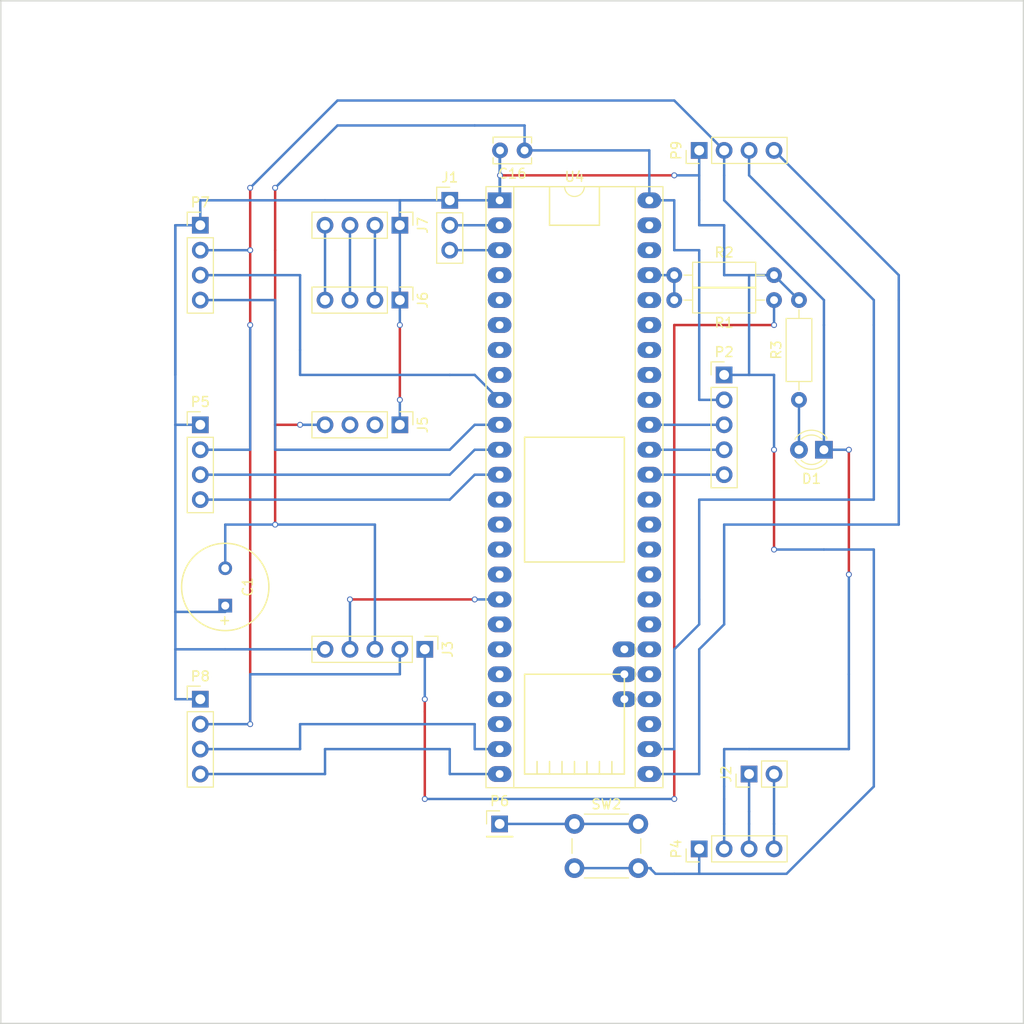
<source format=kicad_pcb>
(kicad_pcb (version 4) (host pcbnew 4.0.6)

  (general
    (links 57)
    (no_connects 4)
    (area 48.184999 48.184999 152.475001 152.475001)
    (thickness 1.6)
    (drawings 9)
    (tracks 208)
    (zones 0)
    (modules 21)
    (nets 29)
  )

  (page A4)
  (title_block
    (title "PentaPod Cortex")
    (company "Jochen Alt")
  )

  (layers
    (0 F.Cu signal)
    (31 B.Cu signal)
    (32 B.Adhes user)
    (33 F.Adhes user)
    (34 B.Paste user)
    (35 F.Paste user)
    (36 B.SilkS user)
    (37 F.SilkS user)
    (38 B.Mask user)
    (39 F.Mask user)
    (40 Dwgs.User user)
    (41 Cmts.User user)
    (42 Eco1.User user)
    (43 Eco2.User user)
    (44 Edge.Cuts user)
    (45 Margin user)
    (46 B.CrtYd user)
    (47 F.CrtYd user)
    (48 B.Fab user)
    (49 F.Fab user)
  )

  (setup
    (last_trace_width 0.25)
    (trace_clearance 0.2)
    (zone_clearance 0.508)
    (zone_45_only no)
    (trace_min 0.2)
    (segment_width 0.2)
    (edge_width 0.15)
    (via_size 0.6)
    (via_drill 0.4)
    (via_min_size 0.4)
    (via_min_drill 0.3)
    (uvia_size 0.3)
    (uvia_drill 0.1)
    (uvias_allowed no)
    (uvia_min_size 0.2)
    (uvia_min_drill 0.1)
    (pcb_text_width 0.3)
    (pcb_text_size 1.5 1.5)
    (mod_edge_width 0.15)
    (mod_text_size 1 1)
    (mod_text_width 0.15)
    (pad_size 1.524 1.524)
    (pad_drill 0.762)
    (pad_to_mask_clearance 0.2)
    (aux_axis_origin 0 0)
    (grid_origin 97.79 100.33)
    (visible_elements 7FFFFFFF)
    (pcbplotparams
      (layerselection 0x00030_80000001)
      (usegerberextensions false)
      (excludeedgelayer true)
      (linewidth 0.100000)
      (plotframeref false)
      (viasonmask false)
      (mode 1)
      (useauxorigin false)
      (hpglpennumber 1)
      (hpglpenspeed 20)
      (hpglpendiameter 15)
      (hpglpenoverlay 2)
      (psnegative false)
      (psa4output false)
      (plotreference true)
      (plotvalue true)
      (plotinvisibletext false)
      (padsonsilk false)
      (subtractmaskfromsilk false)
      (outputformat 1)
      (mirror false)
      (drillshape 1)
      (scaleselection 1)
      (outputdirectory ""))
  )

  (net 0 "")
  (net 1 /+5V)
  (net 2 /TX6)
  (net 3 /RX6)
  (net 4 /TX2)
  (net 5 /RX2)
  (net 6 "Net-(P6-Pad1)")
  (net 7 /TX3)
  (net 8 /RX3)
  (net 9 /TX4)
  (net 10 /RX4)
  (net 11 /TX5)
  (net 12 /RX5)
  (net 13 "Net-(R1-Pad2)")
  (net 14 "Net-(D1-Pad2)")
  (net 15 /RX)
  (net 16 /TX)
  (net 17 /SDA)
  (net 18 /SCL)
  (net 19 /RST)
  (net 20 /SDA0)
  (net 21 /SCL0)
  (net 22 /SDA-ODroid)
  (net 23 /SCL-ODroid)
  (net 24 /GND)
  (net 25 /+10V)
  (net 26 /+14V)
  (net 27 /3.3V_ODroid)
  (net 28 /Relay)

  (net_class Default "Dies ist die voreingestellte Netzklasse."
    (clearance 0.2)
    (trace_width 0.25)
    (via_dia 0.6)
    (via_drill 0.4)
    (uvia_dia 0.3)
    (uvia_drill 0.1)
    (add_net /+10V)
    (add_net /+14V)
    (add_net /+5V)
    (add_net /3.3V_ODroid)
    (add_net /GND)
    (add_net /RST)
    (add_net /RX)
    (add_net /RX2)
    (add_net /RX3)
    (add_net /RX4)
    (add_net /RX5)
    (add_net /RX6)
    (add_net /Relay)
    (add_net /SCL)
    (add_net /SCL-ODroid)
    (add_net /SCL0)
    (add_net /SDA)
    (add_net /SDA-ODroid)
    (add_net /SDA0)
    (add_net /TX)
    (add_net /TX2)
    (add_net /TX3)
    (add_net /TX4)
    (add_net /TX5)
    (add_net /TX6)
    (add_net "Net-(D1-Pad2)")
    (add_net "Net-(P6-Pad1)")
    (add_net "Net-(R1-Pad2)")
  )

  (module Discret:C1.5V8V (layer F.Cu) (tedit 0) (tstamp 593D68A7)
    (at 71.12 107.95 90)
    (path /593EB317)
    (fp_text reference C1 (at 0 2.286 90) (layer F.SilkS)
      (effects (font (size 1 1) (thickness 0.15)))
    )
    (fp_text value 100uF (at 0 -2.286 90) (layer F.Fab)
      (effects (font (size 1 1) (thickness 0.15)))
    )
    (fp_text user + (at -3.429 -0.127 90) (layer F.SilkS)
      (effects (font (size 1 1) (thickness 0.15)))
    )
    (fp_circle (center 0 0) (end 0 4.445) (layer F.SilkS) (width 0.15))
    (pad 1 thru_hole rect (at -1.905 0 90) (size 1.397 1.397) (drill 0.8128) (layers *.Cu *.Mask)
      (net 24 /GND))
    (pad 2 thru_hole circle (at 1.905 0 90) (size 1.397 1.397) (drill 0.8128) (layers *.Cu *.Mask)
      (net 1 /+5V))
    (model Discret.3dshapes/C1.5V8V.wrl
      (at (xyz 0 0 0))
      (scale (xyz 1.5 1.5 1))
      (rotate (xyz 0 0 0))
    )
  )

  (module Cortex:Teensy_3.5 (layer F.Cu) (tedit 593C40E8) (tstamp 593C55AD)
    (at 99.06 68.58)
    (descr "48-lead dip package, row spacing 15.24 mm (600 mils), Socket, LongPads")
    (tags "DIL DIP PDIP 2.54mm 15.24mm 600mil Socket LongPads")
    (path /585C33BC)
    (fp_text reference U4 (at 7.62 -2.39) (layer F.SilkS)
      (effects (font (size 1 1) (thickness 0.15)))
    )
    (fp_text value Teensy_3.5 (at 7.62 60.81) (layer F.Fab)
      (effects (font (size 1 1) (thickness 0.15)))
    )
    (fp_line (start 2.54 24.13) (end 2.54 36.83) (layer F.SilkS) (width 0.15))
    (fp_line (start 2.54 36.83) (end 12.7 36.83) (layer F.SilkS) (width 0.15))
    (fp_line (start 12.7 36.83) (end 12.7 24.13) (layer F.SilkS) (width 0.15))
    (fp_line (start 12.7 24.13) (end 2.54 24.13) (layer F.SilkS) (width 0.15))
    (fp_line (start 5.08 -1.27) (end 5.08 2.54) (layer F.SilkS) (width 0.15))
    (fp_line (start 5.08 2.54) (end 10.16 2.54) (layer F.SilkS) (width 0.15))
    (fp_line (start 10.16 2.54) (end 10.16 -1.27) (layer F.SilkS) (width 0.15))
    (fp_line (start 11.43 58.42) (end 11.43 57.15) (layer F.SilkS) (width 0.15))
    (fp_line (start 10.16 58.42) (end 10.16 57.15) (layer F.SilkS) (width 0.15))
    (fp_line (start 8.89 58.42) (end 8.89 57.15) (layer F.SilkS) (width 0.15))
    (fp_line (start 7.62 58.42) (end 7.62 57.15) (layer F.SilkS) (width 0.15))
    (fp_line (start 6.35 58.42) (end 6.35 57.15) (layer F.SilkS) (width 0.15))
    (fp_line (start 5.08 58.42) (end 5.08 57.15) (layer F.SilkS) (width 0.15))
    (fp_line (start 3.81 58.42) (end 3.81 57.15) (layer F.SilkS) (width 0.15))
    (fp_line (start 2.54 58.42) (end 2.54 48.26) (layer F.SilkS) (width 0.15))
    (fp_line (start 2.54 48.26) (end 12.7 48.26) (layer F.SilkS) (width 0.15))
    (fp_line (start 12.7 48.26) (end 12.7 58.42) (layer F.SilkS) (width 0.15))
    (fp_line (start 12.7 58.42) (end 2.54 58.42) (layer F.SilkS) (width 0.15))
    (fp_text user %R (at 7.62 29.21) (layer F.Fab)
      (effects (font (size 1 1) (thickness 0.15)))
    )
    (fp_line (start 1.255 -1.27) (end 14.985 -1.27) (layer F.Fab) (width 0.1))
    (fp_line (start 14.985 -1.27) (end 14.985 59.69) (layer F.Fab) (width 0.1))
    (fp_line (start 14.985 59.69) (end 0.255 59.69) (layer F.Fab) (width 0.1))
    (fp_line (start 0.255 59.69) (end 0.255 -0.27) (layer F.Fab) (width 0.1))
    (fp_line (start 0.255 -0.27) (end 1.255 -1.27) (layer F.Fab) (width 0.1))
    (fp_line (start -1.27 -1.27) (end -1.27 59.69) (layer F.Fab) (width 0.1))
    (fp_line (start -1.27 59.69) (end 16.51 59.69) (layer F.Fab) (width 0.1))
    (fp_line (start 16.51 59.69) (end 16.51 -1.27) (layer F.Fab) (width 0.1))
    (fp_line (start 16.51 -1.27) (end -1.27 -1.27) (layer F.Fab) (width 0.1))
    (fp_line (start 6.62 -1.39) (end 1.44 -1.39) (layer F.SilkS) (width 0.12))
    (fp_line (start 1.44 -1.39) (end 1.44 59.81) (layer F.SilkS) (width 0.12))
    (fp_line (start 1.44 59.81) (end 13.8 59.81) (layer F.SilkS) (width 0.12))
    (fp_line (start 13.8 59.81) (end 13.8 -1.39) (layer F.SilkS) (width 0.12))
    (fp_line (start 13.8 -1.39) (end 8.62 -1.39) (layer F.SilkS) (width 0.12))
    (fp_line (start -1.39 -1.39) (end -1.39 59.81) (layer F.SilkS) (width 0.12))
    (fp_line (start -1.39 59.81) (end 16.63 59.81) (layer F.SilkS) (width 0.12))
    (fp_line (start 16.63 59.81) (end 16.63 -1.39) (layer F.SilkS) (width 0.12))
    (fp_line (start 16.63 -1.39) (end -1.39 -1.39) (layer F.SilkS) (width 0.12))
    (fp_line (start -1.7 -1.7) (end -1.7 60.1) (layer F.CrtYd) (width 0.05))
    (fp_line (start -1.7 60.1) (end 16.9 60.1) (layer F.CrtYd) (width 0.05))
    (fp_line (start 16.9 60.1) (end 16.9 -1.7) (layer F.CrtYd) (width 0.05))
    (fp_line (start 16.9 -1.7) (end -1.7 -1.7) (layer F.CrtYd) (width 0.05))
    (fp_arc (start 7.62 -1.39) (end 6.62 -1.39) (angle -180) (layer F.SilkS) (width 0.12))
    (pad 51 thru_hole oval (at 12.7 50.8) (size 2.4 1.6) (drill 0.8) (layers *.Cu *.Mask)
      (net 3 /RX6))
    (pad 50 thru_hole oval (at 12.7 48.26) (size 2.4 1.6) (drill 0.8) (layers *.Cu *.Mask)
      (net 2 /TX6))
    (pad 49 thru_hole oval (at 12.7 45.72) (size 2.4 1.6) (drill 0.8) (layers *.Cu *.Mask))
    (pad 1 thru_hole rect (at 0 0) (size 2.4 1.6) (drill 0.8) (layers *.Cu *.Mask)
      (net 24 /GND))
    (pad 25 thru_hole oval (at 15.24 58.42) (size 2.4 1.6) (drill 0.8) (layers *.Cu *.Mask)
      (net 12 /RX5))
    (pad 2 thru_hole oval (at 0 2.54) (size 2.4 1.6) (drill 0.8) (layers *.Cu *.Mask)
      (net 15 /RX))
    (pad 26 thru_hole oval (at 15.24 55.88) (size 2.4 1.6) (drill 0.8) (layers *.Cu *.Mask)
      (net 11 /TX5))
    (pad 3 thru_hole oval (at 0 5.08) (size 2.4 1.6) (drill 0.8) (layers *.Cu *.Mask)
      (net 16 /TX))
    (pad 27 thru_hole oval (at 15.24 53.34) (size 2.4 1.6) (drill 0.8) (layers *.Cu *.Mask))
    (pad 4 thru_hole oval (at 0 7.62) (size 2.4 1.6) (drill 0.8) (layers *.Cu *.Mask))
    (pad 28 thru_hole oval (at 15.24 50.8) (size 2.4 1.6) (drill 0.8) (layers *.Cu *.Mask))
    (pad 5 thru_hole oval (at 0 10.16) (size 2.4 1.6) (drill 0.8) (layers *.Cu *.Mask))
    (pad 29 thru_hole oval (at 15.24 48.26) (size 2.4 1.6) (drill 0.8) (layers *.Cu *.Mask)
      (net 21 /SCL0))
    (pad 6 thru_hole oval (at 0 12.7) (size 2.4 1.6) (drill 0.8) (layers *.Cu *.Mask))
    (pad 30 thru_hole oval (at 15.24 45.72) (size 2.4 1.6) (drill 0.8) (layers *.Cu *.Mask)
      (net 20 /SDA0))
    (pad 7 thru_hole oval (at 0 15.24) (size 2.4 1.6) (drill 0.8) (layers *.Cu *.Mask))
    (pad 31 thru_hole oval (at 15.24 43.18) (size 2.4 1.6) (drill 0.8) (layers *.Cu *.Mask))
    (pad 8 thru_hole oval (at 0 17.78) (size 2.4 1.6) (drill 0.8) (layers *.Cu *.Mask))
    (pad 32 thru_hole oval (at 15.24 40.64) (size 2.4 1.6) (drill 0.8) (layers *.Cu *.Mask))
    (pad 9 thru_hole oval (at 0 20.32) (size 2.4 1.6) (drill 0.8) (layers *.Cu *.Mask)
      (net 7 /TX3))
    (pad 33 thru_hole oval (at 15.24 38.1) (size 2.4 1.6) (drill 0.8) (layers *.Cu *.Mask))
    (pad 10 thru_hole oval (at 0 22.86) (size 2.4 1.6) (drill 0.8) (layers *.Cu *.Mask)
      (net 8 /RX3))
    (pad 34 thru_hole oval (at 15.24 35.56) (size 2.4 1.6) (drill 0.8) (layers *.Cu *.Mask))
    (pad 11 thru_hole oval (at 0 25.4) (size 2.4 1.6) (drill 0.8) (layers *.Cu *.Mask)
      (net 4 /TX2))
    (pad 35 thru_hole oval (at 15.24 33.02) (size 2.4 1.6) (drill 0.8) (layers *.Cu *.Mask))
    (pad 12 thru_hole oval (at 0 27.94) (size 2.4 1.6) (drill 0.8) (layers *.Cu *.Mask)
      (net 5 /RX2))
    (pad 36 thru_hole oval (at 15.24 30.48) (size 2.4 1.6) (drill 0.8) (layers *.Cu *.Mask))
    (pad 13 thru_hole oval (at 0 30.48) (size 2.4 1.6) (drill 0.8) (layers *.Cu *.Mask))
    (pad 37 thru_hole oval (at 15.24 27.94) (size 2.4 1.6) (drill 0.8) (layers *.Cu *.Mask)
      (net 19 /RST))
    (pad 14 thru_hole oval (at 0 33.02) (size 2.4 1.6) (drill 0.8) (layers *.Cu *.Mask))
    (pad 38 thru_hole oval (at 15.24 25.4) (size 2.4 1.6) (drill 0.8) (layers *.Cu *.Mask)
      (net 18 /SCL))
    (pad 15 thru_hole oval (at 0 35.56) (size 2.4 1.6) (drill 0.8) (layers *.Cu *.Mask))
    (pad 39 thru_hole oval (at 15.24 22.86) (size 2.4 1.6) (drill 0.8) (layers *.Cu *.Mask)
      (net 17 /SDA))
    (pad 16 thru_hole oval (at 0 38.1) (size 2.4 1.6) (drill 0.8) (layers *.Cu *.Mask))
    (pad 40 thru_hole oval (at 15.24 20.32) (size 2.4 1.6) (drill 0.8) (layers *.Cu *.Mask))
    (pad 17 thru_hole oval (at 0 40.64) (size 2.4 1.6) (drill 0.8) (layers *.Cu *.Mask)
      (net 28 /Relay))
    (pad 41 thru_hole oval (at 15.24 17.78) (size 2.4 1.6) (drill 0.8) (layers *.Cu *.Mask))
    (pad 18 thru_hole oval (at 0 43.18) (size 2.4 1.6) (drill 0.8) (layers *.Cu *.Mask))
    (pad 42 thru_hole oval (at 15.24 15.24) (size 2.4 1.6) (drill 0.8) (layers *.Cu *.Mask))
    (pad 19 thru_hole oval (at 0 45.72) (size 2.4 1.6) (drill 0.8) (layers *.Cu *.Mask))
    (pad 43 thru_hole oval (at 15.24 12.7) (size 2.4 1.6) (drill 0.8) (layers *.Cu *.Mask))
    (pad 20 thru_hole oval (at 0 48.26) (size 2.4 1.6) (drill 0.8) (layers *.Cu *.Mask))
    (pad 44 thru_hole oval (at 15.24 10.16) (size 2.4 1.6) (drill 0.8) (layers *.Cu *.Mask))
    (pad 21 thru_hole oval (at 0 50.8) (size 2.4 1.6) (drill 0.8) (layers *.Cu *.Mask))
    (pad 45 thru_hole oval (at 15.24 7.62) (size 2.4 1.6) (drill 0.8) (layers *.Cu *.Mask)
      (net 13 "Net-(R1-Pad2)"))
    (pad 22 thru_hole oval (at 0 53.34) (size 2.4 1.6) (drill 0.8) (layers *.Cu *.Mask))
    (pad 46 thru_hole oval (at 15.24 5.08) (size 2.4 1.6) (drill 0.8) (layers *.Cu *.Mask))
    (pad 23 thru_hole oval (at 0 55.88) (size 2.4 1.6) (drill 0.8) (layers *.Cu *.Mask)
      (net 9 /TX4))
    (pad 47 thru_hole oval (at 15.24 2.54) (size 2.4 1.6) (drill 0.8) (layers *.Cu *.Mask))
    (pad 24 thru_hole oval (at 0 58.42) (size 2.4 1.6) (drill 0.8) (layers *.Cu *.Mask)
      (net 10 /RX4))
    (pad 48 thru_hole oval (at 15.24 0) (size 2.4 1.6) (drill 0.8) (layers *.Cu *.Mask)
      (net 1 /+5V))
    (model ${KISYS3DMOD}/Housings_DIP.3dshapes/DIP-48_W15.24mm_Socket_LongPads.wrl
      (at (xyz 0 0 0))
      (scale (xyz 1 1 1))
      (rotate (xyz 0 0 0))
    )
  )

  (module Capacitors_THT:C_Disc_D3.8mm_W2.6mm_P2.50mm (layer F.Cu) (tedit 593D0A4F) (tstamp 59387EE6)
    (at 101.6 63.5 180)
    (descr "C, Disc series, Radial, pin pitch=2.50mm, , diameter*width=3.8*2.6mm^2, Capacitor, http://www.vishay.com/docs/45233/krseries.pdf")
    (tags "C Disc series Radial pin pitch 2.50mm  diameter 3.8mm width 2.6mm Capacitor")
    (path /50E7F8BE)
    (fp_text reference C16 (at 1.25 -2.36 180) (layer F.SilkS)
      (effects (font (size 1 1) (thickness 0.15)))
    )
    (fp_text value 100nF (at 1.25 2.36 180) (layer F.Fab)
      (effects (font (size 1 1) (thickness 0.15)))
    )
    (fp_text user %R (at 5.08 0 180) (layer F.Fab)
      (effects (font (size 0.9 0.9) (thickness 0.135)))
    )
    (fp_line (start -0.65 -1.3) (end -0.65 1.3) (layer F.Fab) (width 0.1))
    (fp_line (start -0.65 1.3) (end 3.15 1.3) (layer F.Fab) (width 0.1))
    (fp_line (start 3.15 1.3) (end 3.15 -1.3) (layer F.Fab) (width 0.1))
    (fp_line (start 3.15 -1.3) (end -0.65 -1.3) (layer F.Fab) (width 0.1))
    (fp_line (start -0.71 -1.36) (end 3.21 -1.36) (layer F.SilkS) (width 0.12))
    (fp_line (start -0.71 1.36) (end 3.21 1.36) (layer F.SilkS) (width 0.12))
    (fp_line (start -0.71 -1.36) (end -0.71 -0.75) (layer F.SilkS) (width 0.12))
    (fp_line (start -0.71 0.75) (end -0.71 1.36) (layer F.SilkS) (width 0.12))
    (fp_line (start 3.21 -1.36) (end 3.21 -0.75) (layer F.SilkS) (width 0.12))
    (fp_line (start 3.21 0.75) (end 3.21 1.36) (layer F.SilkS) (width 0.12))
    (fp_line (start -1.05 -1.65) (end -1.05 1.65) (layer F.CrtYd) (width 0.05))
    (fp_line (start -1.05 1.65) (end 3.55 1.65) (layer F.CrtYd) (width 0.05))
    (fp_line (start 3.55 1.65) (end 3.55 -1.65) (layer F.CrtYd) (width 0.05))
    (fp_line (start 3.55 -1.65) (end -1.05 -1.65) (layer F.CrtYd) (width 0.05))
    (pad 1 thru_hole circle (at 0 0 180) (size 1.6 1.6) (drill 0.8) (layers *.Cu *.Mask)
      (net 1 /+5V))
    (pad 2 thru_hole circle (at 2.5 0 180) (size 1.6 1.6) (drill 0.8) (layers *.Cu *.Mask)
      (net 24 /GND))
    (model ${KISYS3DMOD}/Capacitors_THT.3dshapes/C_Disc_D3.8mm_W2.6mm_P2.50mm.wrl
      (at (xyz 0 0 0))
      (scale (xyz 0.393701 0.393701 0.393701))
      (rotate (xyz 0 0 0))
    )
  )

  (module Pin_Headers:Pin_Header_Straight_1x04_Pitch2.54mm (layer F.Cu) (tedit 58CD4EC1) (tstamp 59387F0A)
    (at 119.38 134.62 90)
    (descr "Through hole straight pin header, 1x04, 2.54mm pitch, single row")
    (tags "Through hole pin header THT 1x04 2.54mm single row")
    (path /59358E5D)
    (fp_text reference P4 (at 0 -2.33 90) (layer F.SilkS)
      (effects (font (size 1 1) (thickness 0.15)))
    )
    (fp_text value "LEG 5" (at 0 9.95 90) (layer F.Fab)
      (effects (font (size 1 1) (thickness 0.15)))
    )
    (fp_line (start -1.27 -1.27) (end -1.27 8.89) (layer F.Fab) (width 0.1))
    (fp_line (start -1.27 8.89) (end 1.27 8.89) (layer F.Fab) (width 0.1))
    (fp_line (start 1.27 8.89) (end 1.27 -1.27) (layer F.Fab) (width 0.1))
    (fp_line (start 1.27 -1.27) (end -1.27 -1.27) (layer F.Fab) (width 0.1))
    (fp_line (start -1.33 1.27) (end -1.33 8.95) (layer F.SilkS) (width 0.12))
    (fp_line (start -1.33 8.95) (end 1.33 8.95) (layer F.SilkS) (width 0.12))
    (fp_line (start 1.33 8.95) (end 1.33 1.27) (layer F.SilkS) (width 0.12))
    (fp_line (start 1.33 1.27) (end -1.33 1.27) (layer F.SilkS) (width 0.12))
    (fp_line (start -1.33 0) (end -1.33 -1.33) (layer F.SilkS) (width 0.12))
    (fp_line (start -1.33 -1.33) (end 0 -1.33) (layer F.SilkS) (width 0.12))
    (fp_line (start -1.8 -1.8) (end -1.8 9.4) (layer F.CrtYd) (width 0.05))
    (fp_line (start -1.8 9.4) (end 1.8 9.4) (layer F.CrtYd) (width 0.05))
    (fp_line (start 1.8 9.4) (end 1.8 -1.8) (layer F.CrtYd) (width 0.05))
    (fp_line (start 1.8 -1.8) (end -1.8 -1.8) (layer F.CrtYd) (width 0.05))
    (fp_text user %R (at 0 -2.33 90) (layer F.Fab)
      (effects (font (size 1 1) (thickness 0.15)))
    )
    (pad 1 thru_hole rect (at 0 0 90) (size 1.7 1.7) (drill 1) (layers *.Cu *.Mask)
      (net 24 /GND))
    (pad 2 thru_hole oval (at 0 2.54 90) (size 1.7 1.7) (drill 1) (layers *.Cu *.Mask)
      (net 25 /+10V))
    (pad 3 thru_hole oval (at 0 5.08 90) (size 1.7 1.7) (drill 1) (layers *.Cu *.Mask)
      (net 2 /TX6))
    (pad 4 thru_hole oval (at 0 7.62 90) (size 1.7 1.7) (drill 1) (layers *.Cu *.Mask)
      (net 3 /RX6))
    (model ${KISYS3DMOD}/Pin_Headers.3dshapes/Pin_Header_Straight_1x04_Pitch2.54mm.wrl
      (at (xyz 0 -0.15 0))
      (scale (xyz 1 1 1))
      (rotate (xyz 0 0 90))
    )
  )

  (module Pin_Headers:Pin_Header_Straight_1x04_Pitch2.54mm (layer F.Cu) (tedit 58CD4EC1) (tstamp 59387F12)
    (at 68.58 91.44)
    (descr "Through hole straight pin header, 1x04, 2.54mm pitch, single row")
    (tags "Through hole pin header THT 1x04 2.54mm single row")
    (path /5935A38C)
    (fp_text reference P5 (at 0 -2.33) (layer F.SilkS)
      (effects (font (size 1 1) (thickness 0.15)))
    )
    (fp_text value "Leg 3" (at 0 9.95) (layer F.Fab)
      (effects (font (size 1 1) (thickness 0.15)))
    )
    (fp_line (start -1.27 -1.27) (end -1.27 8.89) (layer F.Fab) (width 0.1))
    (fp_line (start -1.27 8.89) (end 1.27 8.89) (layer F.Fab) (width 0.1))
    (fp_line (start 1.27 8.89) (end 1.27 -1.27) (layer F.Fab) (width 0.1))
    (fp_line (start 1.27 -1.27) (end -1.27 -1.27) (layer F.Fab) (width 0.1))
    (fp_line (start -1.33 1.27) (end -1.33 8.95) (layer F.SilkS) (width 0.12))
    (fp_line (start -1.33 8.95) (end 1.33 8.95) (layer F.SilkS) (width 0.12))
    (fp_line (start 1.33 8.95) (end 1.33 1.27) (layer F.SilkS) (width 0.12))
    (fp_line (start 1.33 1.27) (end -1.33 1.27) (layer F.SilkS) (width 0.12))
    (fp_line (start -1.33 0) (end -1.33 -1.33) (layer F.SilkS) (width 0.12))
    (fp_line (start -1.33 -1.33) (end 0 -1.33) (layer F.SilkS) (width 0.12))
    (fp_line (start -1.8 -1.8) (end -1.8 9.4) (layer F.CrtYd) (width 0.05))
    (fp_line (start -1.8 9.4) (end 1.8 9.4) (layer F.CrtYd) (width 0.05))
    (fp_line (start 1.8 9.4) (end 1.8 -1.8) (layer F.CrtYd) (width 0.05))
    (fp_line (start 1.8 -1.8) (end -1.8 -1.8) (layer F.CrtYd) (width 0.05))
    (fp_text user %R (at 0 -2.33) (layer F.Fab)
      (effects (font (size 1 1) (thickness 0.15)))
    )
    (pad 1 thru_hole rect (at 0 0) (size 1.7 1.7) (drill 1) (layers *.Cu *.Mask)
      (net 24 /GND))
    (pad 2 thru_hole oval (at 0 2.54) (size 1.7 1.7) (drill 1) (layers *.Cu *.Mask)
      (net 25 /+10V))
    (pad 3 thru_hole oval (at 0 5.08) (size 1.7 1.7) (drill 1) (layers *.Cu *.Mask)
      (net 4 /TX2))
    (pad 4 thru_hole oval (at 0 7.62) (size 1.7 1.7) (drill 1) (layers *.Cu *.Mask)
      (net 5 /RX2))
    (model ${KISYS3DMOD}/Pin_Headers.3dshapes/Pin_Header_Straight_1x04_Pitch2.54mm.wrl
      (at (xyz 0 -0.15 0))
      (scale (xyz 1 1 1))
      (rotate (xyz 0 0 90))
    )
  )

  (module Pin_Headers:Pin_Header_Straight_1x04_Pitch2.54mm (layer F.Cu) (tedit 58CD4EC1) (tstamp 59387F1F)
    (at 68.58 71.12)
    (descr "Through hole straight pin header, 1x04, 2.54mm pitch, single row")
    (tags "Through hole pin header THT 1x04 2.54mm single row")
    (path /5935A730)
    (fp_text reference P7 (at 0 -2.33) (layer F.SilkS)
      (effects (font (size 1 1) (thickness 0.15)))
    )
    (fp_text value "Leg 2" (at 0 9.95) (layer F.Fab)
      (effects (font (size 1 1) (thickness 0.15)))
    )
    (fp_line (start -1.27 -1.27) (end -1.27 8.89) (layer F.Fab) (width 0.1))
    (fp_line (start -1.27 8.89) (end 1.27 8.89) (layer F.Fab) (width 0.1))
    (fp_line (start 1.27 8.89) (end 1.27 -1.27) (layer F.Fab) (width 0.1))
    (fp_line (start 1.27 -1.27) (end -1.27 -1.27) (layer F.Fab) (width 0.1))
    (fp_line (start -1.33 1.27) (end -1.33 8.95) (layer F.SilkS) (width 0.12))
    (fp_line (start -1.33 8.95) (end 1.33 8.95) (layer F.SilkS) (width 0.12))
    (fp_line (start 1.33 8.95) (end 1.33 1.27) (layer F.SilkS) (width 0.12))
    (fp_line (start 1.33 1.27) (end -1.33 1.27) (layer F.SilkS) (width 0.12))
    (fp_line (start -1.33 0) (end -1.33 -1.33) (layer F.SilkS) (width 0.12))
    (fp_line (start -1.33 -1.33) (end 0 -1.33) (layer F.SilkS) (width 0.12))
    (fp_line (start -1.8 -1.8) (end -1.8 9.4) (layer F.CrtYd) (width 0.05))
    (fp_line (start -1.8 9.4) (end 1.8 9.4) (layer F.CrtYd) (width 0.05))
    (fp_line (start 1.8 9.4) (end 1.8 -1.8) (layer F.CrtYd) (width 0.05))
    (fp_line (start 1.8 -1.8) (end -1.8 -1.8) (layer F.CrtYd) (width 0.05))
    (fp_text user %R (at 0 -2.33) (layer F.Fab)
      (effects (font (size 1 1) (thickness 0.15)))
    )
    (pad 1 thru_hole rect (at 0 0) (size 1.7 1.7) (drill 1) (layers *.Cu *.Mask)
      (net 24 /GND))
    (pad 2 thru_hole oval (at 0 2.54) (size 1.7 1.7) (drill 1) (layers *.Cu *.Mask)
      (net 25 /+10V))
    (pad 3 thru_hole oval (at 0 5.08) (size 1.7 1.7) (drill 1) (layers *.Cu *.Mask)
      (net 7 /TX3))
    (pad 4 thru_hole oval (at 0 7.62) (size 1.7 1.7) (drill 1) (layers *.Cu *.Mask)
      (net 8 /RX3))
    (model ${KISYS3DMOD}/Pin_Headers.3dshapes/Pin_Header_Straight_1x04_Pitch2.54mm.wrl
      (at (xyz 0 -0.15 0))
      (scale (xyz 1 1 1))
      (rotate (xyz 0 0 90))
    )
  )

  (module Pin_Headers:Pin_Header_Straight_1x04_Pitch2.54mm (layer F.Cu) (tedit 58CD4EC1) (tstamp 59387F27)
    (at 68.58 119.38)
    (descr "Through hole straight pin header, 1x04, 2.54mm pitch, single row")
    (tags "Through hole pin header THT 1x04 2.54mm single row")
    (path /5935A77E)
    (fp_text reference P8 (at 0 -2.33) (layer F.SilkS)
      (effects (font (size 1 1) (thickness 0.15)))
    )
    (fp_text value "Leg 4" (at 0 9.95) (layer F.Fab)
      (effects (font (size 1 1) (thickness 0.15)))
    )
    (fp_line (start -1.27 -1.27) (end -1.27 8.89) (layer F.Fab) (width 0.1))
    (fp_line (start -1.27 8.89) (end 1.27 8.89) (layer F.Fab) (width 0.1))
    (fp_line (start 1.27 8.89) (end 1.27 -1.27) (layer F.Fab) (width 0.1))
    (fp_line (start 1.27 -1.27) (end -1.27 -1.27) (layer F.Fab) (width 0.1))
    (fp_line (start -1.33 1.27) (end -1.33 8.95) (layer F.SilkS) (width 0.12))
    (fp_line (start -1.33 8.95) (end 1.33 8.95) (layer F.SilkS) (width 0.12))
    (fp_line (start 1.33 8.95) (end 1.33 1.27) (layer F.SilkS) (width 0.12))
    (fp_line (start 1.33 1.27) (end -1.33 1.27) (layer F.SilkS) (width 0.12))
    (fp_line (start -1.33 0) (end -1.33 -1.33) (layer F.SilkS) (width 0.12))
    (fp_line (start -1.33 -1.33) (end 0 -1.33) (layer F.SilkS) (width 0.12))
    (fp_line (start -1.8 -1.8) (end -1.8 9.4) (layer F.CrtYd) (width 0.05))
    (fp_line (start -1.8 9.4) (end 1.8 9.4) (layer F.CrtYd) (width 0.05))
    (fp_line (start 1.8 9.4) (end 1.8 -1.8) (layer F.CrtYd) (width 0.05))
    (fp_line (start 1.8 -1.8) (end -1.8 -1.8) (layer F.CrtYd) (width 0.05))
    (fp_text user %R (at 0 -2.33) (layer F.Fab)
      (effects (font (size 1 1) (thickness 0.15)))
    )
    (pad 1 thru_hole rect (at 0 0) (size 1.7 1.7) (drill 1) (layers *.Cu *.Mask)
      (net 24 /GND))
    (pad 2 thru_hole oval (at 0 2.54) (size 1.7 1.7) (drill 1) (layers *.Cu *.Mask)
      (net 25 /+10V))
    (pad 3 thru_hole oval (at 0 5.08) (size 1.7 1.7) (drill 1) (layers *.Cu *.Mask)
      (net 9 /TX4))
    (pad 4 thru_hole oval (at 0 7.62) (size 1.7 1.7) (drill 1) (layers *.Cu *.Mask)
      (net 10 /RX4))
    (model ${KISYS3DMOD}/Pin_Headers.3dshapes/Pin_Header_Straight_1x04_Pitch2.54mm.wrl
      (at (xyz 0 -0.15 0))
      (scale (xyz 1 1 1))
      (rotate (xyz 0 0 90))
    )
  )

  (module Pin_Headers:Pin_Header_Straight_1x04_Pitch2.54mm (layer F.Cu) (tedit 58CD4EC1) (tstamp 59387F2F)
    (at 119.38 63.5 90)
    (descr "Through hole straight pin header, 1x04, 2.54mm pitch, single row")
    (tags "Through hole pin header THT 1x04 2.54mm single row")
    (path /5935A7CB)
    (fp_text reference P9 (at 0 -2.33 90) (layer F.SilkS)
      (effects (font (size 1 1) (thickness 0.15)))
    )
    (fp_text value "Leg 1" (at 0 9.95 90) (layer F.Fab)
      (effects (font (size 1 1) (thickness 0.15)))
    )
    (fp_line (start -1.27 -1.27) (end -1.27 8.89) (layer F.Fab) (width 0.1))
    (fp_line (start -1.27 8.89) (end 1.27 8.89) (layer F.Fab) (width 0.1))
    (fp_line (start 1.27 8.89) (end 1.27 -1.27) (layer F.Fab) (width 0.1))
    (fp_line (start 1.27 -1.27) (end -1.27 -1.27) (layer F.Fab) (width 0.1))
    (fp_line (start -1.33 1.27) (end -1.33 8.95) (layer F.SilkS) (width 0.12))
    (fp_line (start -1.33 8.95) (end 1.33 8.95) (layer F.SilkS) (width 0.12))
    (fp_line (start 1.33 8.95) (end 1.33 1.27) (layer F.SilkS) (width 0.12))
    (fp_line (start 1.33 1.27) (end -1.33 1.27) (layer F.SilkS) (width 0.12))
    (fp_line (start -1.33 0) (end -1.33 -1.33) (layer F.SilkS) (width 0.12))
    (fp_line (start -1.33 -1.33) (end 0 -1.33) (layer F.SilkS) (width 0.12))
    (fp_line (start -1.8 -1.8) (end -1.8 9.4) (layer F.CrtYd) (width 0.05))
    (fp_line (start -1.8 9.4) (end 1.8 9.4) (layer F.CrtYd) (width 0.05))
    (fp_line (start 1.8 9.4) (end 1.8 -1.8) (layer F.CrtYd) (width 0.05))
    (fp_line (start 1.8 -1.8) (end -1.8 -1.8) (layer F.CrtYd) (width 0.05))
    (fp_text user %R (at 0 -2.33 90) (layer F.Fab)
      (effects (font (size 1 1) (thickness 0.15)))
    )
    (pad 1 thru_hole rect (at 0 0 90) (size 1.7 1.7) (drill 1) (layers *.Cu *.Mask)
      (net 24 /GND))
    (pad 2 thru_hole oval (at 0 2.54 90) (size 1.7 1.7) (drill 1) (layers *.Cu *.Mask)
      (net 25 /+10V))
    (pad 3 thru_hole oval (at 0 5.08 90) (size 1.7 1.7) (drill 1) (layers *.Cu *.Mask)
      (net 11 /TX5))
    (pad 4 thru_hole oval (at 0 7.62 90) (size 1.7 1.7) (drill 1) (layers *.Cu *.Mask)
      (net 12 /RX5))
    (model ${KISYS3DMOD}/Pin_Headers.3dshapes/Pin_Header_Straight_1x04_Pitch2.54mm.wrl
      (at (xyz 0 -0.15 0))
      (scale (xyz 1 1 1))
      (rotate (xyz 0 0 90))
    )
  )

  (module LEDs:LED_D3.0mm (layer F.Cu) (tedit 593D193F) (tstamp 593C3842)
    (at 132.08 93.98 180)
    (descr "LED, diameter 3.0mm, 2 pins")
    (tags "LED diameter 3.0mm 2 pins")
    (path /59AB6719)
    (fp_text reference D1 (at 1.27 -2.96 180) (layer F.SilkS)
      (effects (font (size 1 1) (thickness 0.15)))
    )
    (fp_text value LED (at 1.27 2.54 180) (layer F.Fab)
      (effects (font (size 1 1) (thickness 0.15)))
    )
    (fp_arc (start 1.27 0) (end -0.23 -1.16619) (angle 284.3) (layer F.Fab) (width 0.1))
    (fp_arc (start 1.27 0) (end -0.29 -1.235516) (angle 108.8) (layer F.SilkS) (width 0.12))
    (fp_arc (start 1.27 0) (end -0.29 1.235516) (angle -108.8) (layer F.SilkS) (width 0.12))
    (fp_arc (start 1.27 0) (end 0.229039 -1.08) (angle 87.9) (layer F.SilkS) (width 0.12))
    (fp_arc (start 1.27 0) (end 0.229039 1.08) (angle -87.9) (layer F.SilkS) (width 0.12))
    (fp_circle (center 1.27 0) (end 2.77 0) (layer F.Fab) (width 0.1))
    (fp_line (start -0.23 -1.16619) (end -0.23 1.16619) (layer F.Fab) (width 0.1))
    (fp_line (start -0.29 -1.236) (end -0.29 -1.08) (layer F.SilkS) (width 0.12))
    (fp_line (start -0.29 1.08) (end -0.29 1.236) (layer F.SilkS) (width 0.12))
    (fp_line (start -1.15 -2.25) (end -1.15 2.25) (layer F.CrtYd) (width 0.05))
    (fp_line (start -1.15 2.25) (end 3.7 2.25) (layer F.CrtYd) (width 0.05))
    (fp_line (start 3.7 2.25) (end 3.7 -2.25) (layer F.CrtYd) (width 0.05))
    (fp_line (start 3.7 -2.25) (end -1.15 -2.25) (layer F.CrtYd) (width 0.05))
    (pad 1 thru_hole rect (at 0 0 180) (size 1.8 1.8) (drill 0.9) (layers *.Cu *.Mask)
      (net 25 /+10V))
    (pad 2 thru_hole circle (at 2.54 0 180) (size 1.8 1.8) (drill 0.9) (layers *.Cu *.Mask)
      (net 14 "Net-(D1-Pad2)"))
    (model LEDs.3dshapes/LED_D3.0mm.wrl
      (at (xyz 0 0 0))
      (scale (xyz 0.393701 0.393701 0.393701))
      (rotate (xyz 0 0 0))
    )
  )

  (module Pin_Headers:Pin_Header_Straight_1x01_Pitch2.54mm (layer F.Cu) (tedit 58CD4EC1) (tstamp 593C3E00)
    (at 99.06 132.08)
    (descr "Through hole straight pin header, 1x01, 2.54mm pitch, single row")
    (tags "Through hole pin header THT 1x01 2.54mm single row")
    (path /59358754)
    (fp_text reference P6 (at 0 -2.33) (layer F.SilkS)
      (effects (font (size 1 1) (thickness 0.15)))
    )
    (fp_text value "Teensy RST(49)" (at 0 2.33) (layer F.Fab)
      (effects (font (size 1 1) (thickness 0.15)))
    )
    (fp_line (start -1.27 -1.27) (end -1.27 1.27) (layer F.Fab) (width 0.1))
    (fp_line (start -1.27 1.27) (end 1.27 1.27) (layer F.Fab) (width 0.1))
    (fp_line (start 1.27 1.27) (end 1.27 -1.27) (layer F.Fab) (width 0.1))
    (fp_line (start 1.27 -1.27) (end -1.27 -1.27) (layer F.Fab) (width 0.1))
    (fp_line (start -1.33 1.27) (end -1.33 1.33) (layer F.SilkS) (width 0.12))
    (fp_line (start -1.33 1.33) (end 1.33 1.33) (layer F.SilkS) (width 0.12))
    (fp_line (start 1.33 1.33) (end 1.33 1.27) (layer F.SilkS) (width 0.12))
    (fp_line (start 1.33 1.27) (end -1.33 1.27) (layer F.SilkS) (width 0.12))
    (fp_line (start -1.33 0) (end -1.33 -1.33) (layer F.SilkS) (width 0.12))
    (fp_line (start -1.33 -1.33) (end 0 -1.33) (layer F.SilkS) (width 0.12))
    (fp_line (start -1.8 -1.8) (end -1.8 1.8) (layer F.CrtYd) (width 0.05))
    (fp_line (start -1.8 1.8) (end 1.8 1.8) (layer F.CrtYd) (width 0.05))
    (fp_line (start 1.8 1.8) (end 1.8 -1.8) (layer F.CrtYd) (width 0.05))
    (fp_line (start 1.8 -1.8) (end -1.8 -1.8) (layer F.CrtYd) (width 0.05))
    (fp_text user %R (at 0 -2.33) (layer F.Fab)
      (effects (font (size 1 1) (thickness 0.15)))
    )
    (pad 1 thru_hole rect (at 0 0) (size 1.7 1.7) (drill 1) (layers *.Cu *.Mask)
      (net 6 "Net-(P6-Pad1)"))
    (model ${KISYS3DMOD}/Pin_Headers.3dshapes/Pin_Header_Straight_1x01_Pitch2.54mm.wrl
      (at (xyz 0 0 0))
      (scale (xyz 1 1 1))
      (rotate (xyz 0 0 90))
    )
  )

  (module Buttons_Switches_THT:SW_PUSH_6mm (layer F.Cu) (tedit 593D0BC6) (tstamp 593D0E29)
    (at 106.68 132.08)
    (descr https://www.omron.com/ecb/products/pdf/en-b3f.pdf)
    (tags "tact sw push 6mm")
    (path /50E56802)
    (fp_text reference SW2 (at 3.25 -2) (layer F.SilkS)
      (effects (font (size 1 1) (thickness 0.15)))
    )
    (fp_text value reset (at 3.75 6.7) (layer F.Fab)
      (effects (font (size 1 1) (thickness 0.15)))
    )
    (fp_text user %R (at 2.54 2.54) (layer F.Fab)
      (effects (font (size 1 1) (thickness 0.15)))
    )
    (fp_line (start 3.25 -0.75) (end 6.25 -0.75) (layer F.Fab) (width 0.1))
    (fp_line (start 6.25 -0.75) (end 6.25 5.25) (layer F.Fab) (width 0.1))
    (fp_line (start 6.25 5.25) (end 0.25 5.25) (layer F.Fab) (width 0.1))
    (fp_line (start 0.25 5.25) (end 0.25 -0.75) (layer F.Fab) (width 0.1))
    (fp_line (start 0.25 -0.75) (end 3.25 -0.75) (layer F.Fab) (width 0.1))
    (fp_line (start 7.75 6) (end 8 6) (layer F.CrtYd) (width 0.05))
    (fp_line (start 8 6) (end 8 5.75) (layer F.CrtYd) (width 0.05))
    (fp_line (start 7.75 -1.5) (end 8 -1.5) (layer F.CrtYd) (width 0.05))
    (fp_line (start 8 -1.5) (end 8 -1.25) (layer F.CrtYd) (width 0.05))
    (fp_line (start -1.5 -1.25) (end -1.5 -1.5) (layer F.CrtYd) (width 0.05))
    (fp_line (start -1.5 -1.5) (end -1.25 -1.5) (layer F.CrtYd) (width 0.05))
    (fp_line (start -1.5 5.75) (end -1.5 6) (layer F.CrtYd) (width 0.05))
    (fp_line (start -1.5 6) (end -1.25 6) (layer F.CrtYd) (width 0.05))
    (fp_line (start -1.25 -1.5) (end 7.75 -1.5) (layer F.CrtYd) (width 0.05))
    (fp_line (start -1.5 5.75) (end -1.5 -1.25) (layer F.CrtYd) (width 0.05))
    (fp_line (start 7.75 6) (end -1.25 6) (layer F.CrtYd) (width 0.05))
    (fp_line (start 8 -1.25) (end 8 5.75) (layer F.CrtYd) (width 0.05))
    (fp_line (start 1 5.5) (end 5.5 5.5) (layer F.SilkS) (width 0.12))
    (fp_line (start -0.25 1.5) (end -0.25 3) (layer F.SilkS) (width 0.12))
    (fp_line (start 5.5 -1) (end 1 -1) (layer F.SilkS) (width 0.12))
    (fp_line (start 6.75 3) (end 6.75 1.5) (layer F.SilkS) (width 0.12))
    (fp_circle (center 3.25 2.25) (end 1.25 2.5) (layer F.Fab) (width 0.1))
    (pad 2 thru_hole circle (at 0 4.5 90) (size 2 2) (drill 1.1) (layers *.Cu *.Mask)
      (net 24 /GND))
    (pad 1 thru_hole circle (at 0 0 90) (size 2 2) (drill 1.1) (layers *.Cu *.Mask)
      (net 6 "Net-(P6-Pad1)"))
    (pad 2 thru_hole circle (at 6.5 4.5 90) (size 2 2) (drill 1.1) (layers *.Cu *.Mask)
      (net 24 /GND))
    (pad 1 thru_hole circle (at 6.5 0 90) (size 2 2) (drill 1.1) (layers *.Cu *.Mask)
      (net 6 "Net-(P6-Pad1)"))
    (model ${KISYS3DMOD}/Buttons_Switches_THT.3dshapes/SW_PUSH_6mm.wrl
      (at (xyz 0.005 0 0))
      (scale (xyz 0.3937 0.3937 0.3937))
      (rotate (xyz 0 0 0))
    )
  )

  (module Pin_Headers:Pin_Header_Straight_1x02_Pitch2.54mm (layer F.Cu) (tedit 593D2E89) (tstamp 593D2F33)
    (at 124.46 127 90)
    (descr "Through hole straight pin header, 1x02, 2.54mm pitch, single row")
    (tags "Through hole pin header THT 1x02 2.54mm single row")
    (path /593E3DCB)
    (fp_text reference J2 (at 0 -2.33 90) (layer F.SilkS)
      (effects (font (size 1 1) (thickness 0.15)))
    )
    (fp_text value "UART6 Connector" (at 2.54 5.08 180) (layer F.Fab)
      (effects (font (size 1 1) (thickness 0.15)))
    )
    (fp_line (start -1.27 -1.27) (end -1.27 3.81) (layer F.Fab) (width 0.1))
    (fp_line (start -1.27 3.81) (end 1.27 3.81) (layer F.Fab) (width 0.1))
    (fp_line (start 1.27 3.81) (end 1.27 -1.27) (layer F.Fab) (width 0.1))
    (fp_line (start 1.27 -1.27) (end -1.27 -1.27) (layer F.Fab) (width 0.1))
    (fp_line (start -1.33 1.27) (end -1.33 3.87) (layer F.SilkS) (width 0.12))
    (fp_line (start -1.33 3.87) (end 1.33 3.87) (layer F.SilkS) (width 0.12))
    (fp_line (start 1.33 3.87) (end 1.33 1.27) (layer F.SilkS) (width 0.12))
    (fp_line (start 1.33 1.27) (end -1.33 1.27) (layer F.SilkS) (width 0.12))
    (fp_line (start -1.33 0) (end -1.33 -1.33) (layer F.SilkS) (width 0.12))
    (fp_line (start -1.33 -1.33) (end 0 -1.33) (layer F.SilkS) (width 0.12))
    (fp_line (start -1.8 -1.8) (end -1.8 4.35) (layer F.CrtYd) (width 0.05))
    (fp_line (start -1.8 4.35) (end 1.8 4.35) (layer F.CrtYd) (width 0.05))
    (fp_line (start 1.8 4.35) (end 1.8 -1.8) (layer F.CrtYd) (width 0.05))
    (fp_line (start 1.8 -1.8) (end -1.8 -1.8) (layer F.CrtYd) (width 0.05))
    (fp_text user %R (at 0 -2.33 90) (layer F.Fab)
      (effects (font (size 1 1) (thickness 0.15)))
    )
    (pad 1 thru_hole rect (at 0 0 90) (size 1.7 1.7) (drill 1) (layers *.Cu *.Mask)
      (net 2 /TX6))
    (pad 2 thru_hole oval (at 0 2.54 90) (size 1.7 1.7) (drill 1) (layers *.Cu *.Mask)
      (net 3 /RX6))
    (model ${KISYS3DMOD}/Pin_Headers.3dshapes/Pin_Header_Straight_1x02_Pitch2.54mm.wrl
      (at (xyz 0 -0.05 0))
      (scale (xyz 1 1 1))
      (rotate (xyz 0 0 90))
    )
  )

  (module Pin_Headers:Pin_Header_Straight_1x03_Pitch2.54mm (layer F.Cu) (tedit 59650532) (tstamp 5987248D)
    (at 93.98 68.58)
    (descr "Through hole straight pin header, 1x03, 2.54mm pitch, single row")
    (tags "Through hole pin header THT 1x03 2.54mm single row")
    (path /593BC203)
    (fp_text reference J1 (at 0 -2.33) (layer F.SilkS)
      (effects (font (size 1 1) (thickness 0.15)))
    )
    (fp_text value "Cortex Serial CLI" (at 0 7.41) (layer F.Fab)
      (effects (font (size 1 1) (thickness 0.15)))
    )
    (fp_line (start -0.635 -1.27) (end 1.27 -1.27) (layer F.Fab) (width 0.1))
    (fp_line (start 1.27 -1.27) (end 1.27 6.35) (layer F.Fab) (width 0.1))
    (fp_line (start 1.27 6.35) (end -1.27 6.35) (layer F.Fab) (width 0.1))
    (fp_line (start -1.27 6.35) (end -1.27 -0.635) (layer F.Fab) (width 0.1))
    (fp_line (start -1.27 -0.635) (end -0.635 -1.27) (layer F.Fab) (width 0.1))
    (fp_line (start -1.33 6.41) (end 1.33 6.41) (layer F.SilkS) (width 0.12))
    (fp_line (start -1.33 1.27) (end -1.33 6.41) (layer F.SilkS) (width 0.12))
    (fp_line (start 1.33 1.27) (end 1.33 6.41) (layer F.SilkS) (width 0.12))
    (fp_line (start -1.33 1.27) (end 1.33 1.27) (layer F.SilkS) (width 0.12))
    (fp_line (start -1.33 0) (end -1.33 -1.33) (layer F.SilkS) (width 0.12))
    (fp_line (start -1.33 -1.33) (end 0 -1.33) (layer F.SilkS) (width 0.12))
    (fp_line (start -1.8 -1.8) (end -1.8 6.85) (layer F.CrtYd) (width 0.05))
    (fp_line (start -1.8 6.85) (end 1.8 6.85) (layer F.CrtYd) (width 0.05))
    (fp_line (start 1.8 6.85) (end 1.8 -1.8) (layer F.CrtYd) (width 0.05))
    (fp_line (start 1.8 -1.8) (end -1.8 -1.8) (layer F.CrtYd) (width 0.05))
    (fp_text user %R (at 0 2.54 90) (layer F.Fab)
      (effects (font (size 1 1) (thickness 0.15)))
    )
    (pad 1 thru_hole rect (at 0 0) (size 1.7 1.7) (drill 1) (layers *.Cu *.Mask)
      (net 24 /GND))
    (pad 2 thru_hole oval (at 0 2.54) (size 1.7 1.7) (drill 1) (layers *.Cu *.Mask)
      (net 15 /RX))
    (pad 3 thru_hole oval (at 0 5.08) (size 1.7 1.7) (drill 1) (layers *.Cu *.Mask)
      (net 16 /TX))
    (model ${KISYS3DMOD}/Pin_Headers.3dshapes/Pin_Header_Straight_1x03_Pitch2.54mm.wrl
      (at (xyz 0 0 0))
      (scale (xyz 1 1 1))
      (rotate (xyz 0 0 0))
    )
  )

  (module Pin_Headers:Pin_Header_Straight_1x05_Pitch2.54mm (layer F.Cu) (tedit 59650532) (tstamp 5987252C)
    (at 121.92 86.36)
    (descr "Through hole straight pin header, 1x05, 2.54mm pitch, single row")
    (tags "Through hole pin header THT 1x05 2.54mm single row")
    (path /59872479)
    (fp_text reference P2 (at 0 -2.33) (layer F.SilkS)
      (effects (font (size 1 1) (thickness 0.15)))
    )
    (fp_text value BNO055 (at 0 12.49) (layer F.Fab)
      (effects (font (size 1 1) (thickness 0.15)))
    )
    (fp_line (start -0.635 -1.27) (end 1.27 -1.27) (layer F.Fab) (width 0.1))
    (fp_line (start 1.27 -1.27) (end 1.27 11.43) (layer F.Fab) (width 0.1))
    (fp_line (start 1.27 11.43) (end -1.27 11.43) (layer F.Fab) (width 0.1))
    (fp_line (start -1.27 11.43) (end -1.27 -0.635) (layer F.Fab) (width 0.1))
    (fp_line (start -1.27 -0.635) (end -0.635 -1.27) (layer F.Fab) (width 0.1))
    (fp_line (start -1.33 11.49) (end 1.33 11.49) (layer F.SilkS) (width 0.12))
    (fp_line (start -1.33 1.27) (end -1.33 11.49) (layer F.SilkS) (width 0.12))
    (fp_line (start 1.33 1.27) (end 1.33 11.49) (layer F.SilkS) (width 0.12))
    (fp_line (start -1.33 1.27) (end 1.33 1.27) (layer F.SilkS) (width 0.12))
    (fp_line (start -1.33 0) (end -1.33 -1.33) (layer F.SilkS) (width 0.12))
    (fp_line (start -1.33 -1.33) (end 0 -1.33) (layer F.SilkS) (width 0.12))
    (fp_line (start -1.8 -1.8) (end -1.8 11.95) (layer F.CrtYd) (width 0.05))
    (fp_line (start -1.8 11.95) (end 1.8 11.95) (layer F.CrtYd) (width 0.05))
    (fp_line (start 1.8 11.95) (end 1.8 -1.8) (layer F.CrtYd) (width 0.05))
    (fp_line (start 1.8 -1.8) (end -1.8 -1.8) (layer F.CrtYd) (width 0.05))
    (fp_text user %R (at 0 5.08 90) (layer F.Fab)
      (effects (font (size 1 1) (thickness 0.15)))
    )
    (pad 1 thru_hole rect (at 0 0) (size 1.7 1.7) (drill 1) (layers *.Cu *.Mask)
      (net 24 /GND))
    (pad 2 thru_hole oval (at 0 2.54) (size 1.7 1.7) (drill 1) (layers *.Cu *.Mask)
      (net 1 /+5V))
    (pad 3 thru_hole oval (at 0 5.08) (size 1.7 1.7) (drill 1) (layers *.Cu *.Mask)
      (net 17 /SDA))
    (pad 4 thru_hole oval (at 0 7.62) (size 1.7 1.7) (drill 1) (layers *.Cu *.Mask)
      (net 18 /SCL))
    (pad 5 thru_hole oval (at 0 10.16) (size 1.7 1.7) (drill 1) (layers *.Cu *.Mask)
      (net 19 /RST))
    (model ${KISYS3DMOD}/Pin_Headers.3dshapes/Pin_Header_Straight_1x05_Pitch2.54mm.wrl
      (at (xyz 0 0 0))
      (scale (xyz 1 1 1))
      (rotate (xyz 0 0 0))
    )
  )

  (module Pin_Headers:Pin_Header_Straight_1x04_Pitch2.54mm (layer F.Cu) (tedit 59650532) (tstamp 598E3994)
    (at 88.9 91.44 270)
    (descr "Through hole straight pin header, 1x04, 2.54mm pitch, single row")
    (tags "Through hole pin header THT 1x04 2.54mm single row")
    (path /598E3901)
    (fp_text reference J5 (at 0 -2.33 270) (layer F.SilkS)
      (effects (font (size 1 1) (thickness 0.15)))
    )
    (fp_text value LevelShifter_in (at 0 9.95 270) (layer F.Fab)
      (effects (font (size 1 1) (thickness 0.15)))
    )
    (fp_line (start -0.635 -1.27) (end 1.27 -1.27) (layer F.Fab) (width 0.1))
    (fp_line (start 1.27 -1.27) (end 1.27 8.89) (layer F.Fab) (width 0.1))
    (fp_line (start 1.27 8.89) (end -1.27 8.89) (layer F.Fab) (width 0.1))
    (fp_line (start -1.27 8.89) (end -1.27 -0.635) (layer F.Fab) (width 0.1))
    (fp_line (start -1.27 -0.635) (end -0.635 -1.27) (layer F.Fab) (width 0.1))
    (fp_line (start -1.33 8.95) (end 1.33 8.95) (layer F.SilkS) (width 0.12))
    (fp_line (start -1.33 1.27) (end -1.33 8.95) (layer F.SilkS) (width 0.12))
    (fp_line (start 1.33 1.27) (end 1.33 8.95) (layer F.SilkS) (width 0.12))
    (fp_line (start -1.33 1.27) (end 1.33 1.27) (layer F.SilkS) (width 0.12))
    (fp_line (start -1.33 0) (end -1.33 -1.33) (layer F.SilkS) (width 0.12))
    (fp_line (start -1.33 -1.33) (end 0 -1.33) (layer F.SilkS) (width 0.12))
    (fp_line (start -1.8 -1.8) (end -1.8 9.4) (layer F.CrtYd) (width 0.05))
    (fp_line (start -1.8 9.4) (end 1.8 9.4) (layer F.CrtYd) (width 0.05))
    (fp_line (start 1.8 9.4) (end 1.8 -1.8) (layer F.CrtYd) (width 0.05))
    (fp_line (start 1.8 -1.8) (end -1.8 -1.8) (layer F.CrtYd) (width 0.05))
    (fp_text user %R (at 0 3.81 360) (layer F.Fab)
      (effects (font (size 1 1) (thickness 0.15)))
    )
    (pad 1 thru_hole rect (at 0 0 270) (size 1.7 1.7) (drill 1) (layers *.Cu *.Mask)
      (net 24 /GND))
    (pad 2 thru_hole oval (at 0 2.54 270) (size 1.7 1.7) (drill 1) (layers *.Cu *.Mask)
      (net 20 /SDA0))
    (pad 3 thru_hole oval (at 0 5.08 270) (size 1.7 1.7) (drill 1) (layers *.Cu *.Mask)
      (net 21 /SCL0))
    (pad 4 thru_hole oval (at 0 7.62 270) (size 1.7 1.7) (drill 1) (layers *.Cu *.Mask)
      (net 1 /+5V))
    (model ${KISYS3DMOD}/Pin_Headers.3dshapes/Pin_Header_Straight_1x04_Pitch2.54mm.wrl
      (at (xyz 0 0 0))
      (scale (xyz 1 1 1))
      (rotate (xyz 0 0 0))
    )
  )

  (module Pin_Headers:Pin_Header_Straight_1x04_Pitch2.54mm (layer F.Cu) (tedit 59650532) (tstamp 598E46FC)
    (at 88.9 78.74 270)
    (descr "Through hole straight pin header, 1x04, 2.54mm pitch, single row")
    (tags "Through hole pin header THT 1x04 2.54mm single row")
    (path /598E5953)
    (fp_text reference J6 (at 0 -2.33 270) (layer F.SilkS)
      (effects (font (size 1 1) (thickness 0.15)))
    )
    (fp_text value LevelShifter-Out (at 0 9.95 270) (layer F.Fab)
      (effects (font (size 1 1) (thickness 0.15)))
    )
    (fp_line (start -0.635 -1.27) (end 1.27 -1.27) (layer F.Fab) (width 0.1))
    (fp_line (start 1.27 -1.27) (end 1.27 8.89) (layer F.Fab) (width 0.1))
    (fp_line (start 1.27 8.89) (end -1.27 8.89) (layer F.Fab) (width 0.1))
    (fp_line (start -1.27 8.89) (end -1.27 -0.635) (layer F.Fab) (width 0.1))
    (fp_line (start -1.27 -0.635) (end -0.635 -1.27) (layer F.Fab) (width 0.1))
    (fp_line (start -1.33 8.95) (end 1.33 8.95) (layer F.SilkS) (width 0.12))
    (fp_line (start -1.33 1.27) (end -1.33 8.95) (layer F.SilkS) (width 0.12))
    (fp_line (start 1.33 1.27) (end 1.33 8.95) (layer F.SilkS) (width 0.12))
    (fp_line (start -1.33 1.27) (end 1.33 1.27) (layer F.SilkS) (width 0.12))
    (fp_line (start -1.33 0) (end -1.33 -1.33) (layer F.SilkS) (width 0.12))
    (fp_line (start -1.33 -1.33) (end 0 -1.33) (layer F.SilkS) (width 0.12))
    (fp_line (start -1.8 -1.8) (end -1.8 9.4) (layer F.CrtYd) (width 0.05))
    (fp_line (start -1.8 9.4) (end 1.8 9.4) (layer F.CrtYd) (width 0.05))
    (fp_line (start 1.8 9.4) (end 1.8 -1.8) (layer F.CrtYd) (width 0.05))
    (fp_line (start 1.8 -1.8) (end -1.8 -1.8) (layer F.CrtYd) (width 0.05))
    (fp_text user %R (at 0 3.81 360) (layer F.Fab)
      (effects (font (size 1 1) (thickness 0.15)))
    )
    (pad 1 thru_hole rect (at 0 0 270) (size 1.7 1.7) (drill 1) (layers *.Cu *.Mask)
      (net 24 /GND))
    (pad 2 thru_hole oval (at 0 2.54 270) (size 1.7 1.7) (drill 1) (layers *.Cu *.Mask)
      (net 22 /SDA-ODroid))
    (pad 3 thru_hole oval (at 0 5.08 270) (size 1.7 1.7) (drill 1) (layers *.Cu *.Mask)
      (net 23 /SCL-ODroid))
    (pad 4 thru_hole oval (at 0 7.62 270) (size 1.7 1.7) (drill 1) (layers *.Cu *.Mask)
      (net 27 /3.3V_ODroid))
    (model ${KISYS3DMOD}/Pin_Headers.3dshapes/Pin_Header_Straight_1x04_Pitch2.54mm.wrl
      (at (xyz 0 0 0))
      (scale (xyz 1 1 1))
      (rotate (xyz 0 0 0))
    )
  )

  (module Pin_Headers:Pin_Header_Straight_1x04_Pitch2.54mm (layer F.Cu) (tedit 59650532) (tstamp 598E4704)
    (at 88.9 71.12 270)
    (descr "Through hole straight pin header, 1x04, 2.54mm pitch, single row")
    (tags "Through hole pin header THT 1x04 2.54mm single row")
    (path /598E56BD)
    (fp_text reference J7 (at 0 -2.33 270) (layer F.SilkS)
      (effects (font (size 1 1) (thickness 0.15)))
    )
    (fp_text value "Cortex I2C CLI" (at 0 9.95 270) (layer F.Fab)
      (effects (font (size 1 1) (thickness 0.15)))
    )
    (fp_line (start -0.635 -1.27) (end 1.27 -1.27) (layer F.Fab) (width 0.1))
    (fp_line (start 1.27 -1.27) (end 1.27 8.89) (layer F.Fab) (width 0.1))
    (fp_line (start 1.27 8.89) (end -1.27 8.89) (layer F.Fab) (width 0.1))
    (fp_line (start -1.27 8.89) (end -1.27 -0.635) (layer F.Fab) (width 0.1))
    (fp_line (start -1.27 -0.635) (end -0.635 -1.27) (layer F.Fab) (width 0.1))
    (fp_line (start -1.33 8.95) (end 1.33 8.95) (layer F.SilkS) (width 0.12))
    (fp_line (start -1.33 1.27) (end -1.33 8.95) (layer F.SilkS) (width 0.12))
    (fp_line (start 1.33 1.27) (end 1.33 8.95) (layer F.SilkS) (width 0.12))
    (fp_line (start -1.33 1.27) (end 1.33 1.27) (layer F.SilkS) (width 0.12))
    (fp_line (start -1.33 0) (end -1.33 -1.33) (layer F.SilkS) (width 0.12))
    (fp_line (start -1.33 -1.33) (end 0 -1.33) (layer F.SilkS) (width 0.12))
    (fp_line (start -1.8 -1.8) (end -1.8 9.4) (layer F.CrtYd) (width 0.05))
    (fp_line (start -1.8 9.4) (end 1.8 9.4) (layer F.CrtYd) (width 0.05))
    (fp_line (start 1.8 9.4) (end 1.8 -1.8) (layer F.CrtYd) (width 0.05))
    (fp_line (start 1.8 -1.8) (end -1.8 -1.8) (layer F.CrtYd) (width 0.05))
    (fp_text user %R (at 0 3.81 360) (layer F.Fab)
      (effects (font (size 1 1) (thickness 0.15)))
    )
    (pad 1 thru_hole rect (at 0 0 270) (size 1.7 1.7) (drill 1) (layers *.Cu *.Mask)
      (net 24 /GND))
    (pad 2 thru_hole oval (at 0 2.54 270) (size 1.7 1.7) (drill 1) (layers *.Cu *.Mask)
      (net 22 /SDA-ODroid))
    (pad 3 thru_hole oval (at 0 5.08 270) (size 1.7 1.7) (drill 1) (layers *.Cu *.Mask)
      (net 23 /SCL-ODroid))
    (pad 4 thru_hole oval (at 0 7.62 270) (size 1.7 1.7) (drill 1) (layers *.Cu *.Mask)
      (net 27 /3.3V_ODroid))
    (model ${KISYS3DMOD}/Pin_Headers.3dshapes/Pin_Header_Straight_1x04_Pitch2.54mm.wrl
      (at (xyz 0 0 0))
      (scale (xyz 1 1 1))
      (rotate (xyz 0 0 0))
    )
  )

  (module Pin_Headers:Pin_Header_Straight_1x05_Pitch2.54mm (layer F.Cu) (tedit 59650532) (tstamp 59AAE91B)
    (at 91.44 114.3 270)
    (descr "Through hole straight pin header, 1x05, 2.54mm pitch, single row")
    (tags "Through hole pin header THT 1x05 2.54mm single row")
    (path /59AAF739)
    (fp_text reference J3 (at 0 -2.33 270) (layer F.SilkS)
      (effects (font (size 1 1) (thickness 0.15)))
    )
    (fp_text value CONN_01X05 (at 0 12.49 270) (layer F.Fab)
      (effects (font (size 1 1) (thickness 0.15)))
    )
    (fp_line (start -0.635 -1.27) (end 1.27 -1.27) (layer F.Fab) (width 0.1))
    (fp_line (start 1.27 -1.27) (end 1.27 11.43) (layer F.Fab) (width 0.1))
    (fp_line (start 1.27 11.43) (end -1.27 11.43) (layer F.Fab) (width 0.1))
    (fp_line (start -1.27 11.43) (end -1.27 -0.635) (layer F.Fab) (width 0.1))
    (fp_line (start -1.27 -0.635) (end -0.635 -1.27) (layer F.Fab) (width 0.1))
    (fp_line (start -1.33 11.49) (end 1.33 11.49) (layer F.SilkS) (width 0.12))
    (fp_line (start -1.33 1.27) (end -1.33 11.49) (layer F.SilkS) (width 0.12))
    (fp_line (start 1.33 1.27) (end 1.33 11.49) (layer F.SilkS) (width 0.12))
    (fp_line (start -1.33 1.27) (end 1.33 1.27) (layer F.SilkS) (width 0.12))
    (fp_line (start -1.33 0) (end -1.33 -1.33) (layer F.SilkS) (width 0.12))
    (fp_line (start -1.33 -1.33) (end 0 -1.33) (layer F.SilkS) (width 0.12))
    (fp_line (start -1.8 -1.8) (end -1.8 11.95) (layer F.CrtYd) (width 0.05))
    (fp_line (start -1.8 11.95) (end 1.8 11.95) (layer F.CrtYd) (width 0.05))
    (fp_line (start 1.8 11.95) (end 1.8 -1.8) (layer F.CrtYd) (width 0.05))
    (fp_line (start 1.8 -1.8) (end -1.8 -1.8) (layer F.CrtYd) (width 0.05))
    (fp_text user %R (at 0 5.08 360) (layer F.Fab)
      (effects (font (size 1 1) (thickness 0.15)))
    )
    (pad 1 thru_hole rect (at 0 0 270) (size 1.7 1.7) (drill 1) (layers *.Cu *.Mask)
      (net 26 /+14V))
    (pad 2 thru_hole oval (at 0 2.54 270) (size 1.7 1.7) (drill 1) (layers *.Cu *.Mask)
      (net 25 /+10V))
    (pad 3 thru_hole oval (at 0 5.08 270) (size 1.7 1.7) (drill 1) (layers *.Cu *.Mask)
      (net 1 /+5V))
    (pad 4 thru_hole oval (at 0 7.62 270) (size 1.7 1.7) (drill 1) (layers *.Cu *.Mask)
      (net 28 /Relay))
    (pad 5 thru_hole oval (at 0 10.16 270) (size 1.7 1.7) (drill 1) (layers *.Cu *.Mask)
      (net 24 /GND))
    (model ${KISYS3DMOD}/Pin_Headers.3dshapes/Pin_Header_Straight_1x05_Pitch2.54mm.wrl
      (at (xyz 0 0 0))
      (scale (xyz 1 1 1))
      (rotate (xyz 0 0 0))
    )
  )

  (module Resistors_THT:R_Axial_DIN0207_L6.3mm_D2.5mm_P10.16mm_Horizontal (layer F.Cu) (tedit 5874F706) (tstamp 59AAE91C)
    (at 127 78.74 180)
    (descr "Resistor, Axial_DIN0207 series, Axial, Horizontal, pin pitch=10.16mm, 0.25W = 1/4W, length*diameter=6.3*2.5mm^2, http://cdn-reichelt.de/documents/datenblatt/B400/1_4W%23YAG.pdf")
    (tags "Resistor Axial_DIN0207 series Axial Horizontal pin pitch 10.16mm 0.25W = 1/4W length 6.3mm diameter 2.5mm")
    (path /59363689)
    (fp_text reference R1 (at 5.08 -2.31 180) (layer F.SilkS)
      (effects (font (size 1 1) (thickness 0.15)))
    )
    (fp_text value 150K (at 5.08 2.31 180) (layer F.Fab)
      (effects (font (size 1 1) (thickness 0.15)))
    )
    (fp_line (start 1.93 -1.25) (end 1.93 1.25) (layer F.Fab) (width 0.1))
    (fp_line (start 1.93 1.25) (end 8.23 1.25) (layer F.Fab) (width 0.1))
    (fp_line (start 8.23 1.25) (end 8.23 -1.25) (layer F.Fab) (width 0.1))
    (fp_line (start 8.23 -1.25) (end 1.93 -1.25) (layer F.Fab) (width 0.1))
    (fp_line (start 0 0) (end 1.93 0) (layer F.Fab) (width 0.1))
    (fp_line (start 10.16 0) (end 8.23 0) (layer F.Fab) (width 0.1))
    (fp_line (start 1.87 -1.31) (end 1.87 1.31) (layer F.SilkS) (width 0.12))
    (fp_line (start 1.87 1.31) (end 8.29 1.31) (layer F.SilkS) (width 0.12))
    (fp_line (start 8.29 1.31) (end 8.29 -1.31) (layer F.SilkS) (width 0.12))
    (fp_line (start 8.29 -1.31) (end 1.87 -1.31) (layer F.SilkS) (width 0.12))
    (fp_line (start 0.98 0) (end 1.87 0) (layer F.SilkS) (width 0.12))
    (fp_line (start 9.18 0) (end 8.29 0) (layer F.SilkS) (width 0.12))
    (fp_line (start -1.05 -1.6) (end -1.05 1.6) (layer F.CrtYd) (width 0.05))
    (fp_line (start -1.05 1.6) (end 11.25 1.6) (layer F.CrtYd) (width 0.05))
    (fp_line (start 11.25 1.6) (end 11.25 -1.6) (layer F.CrtYd) (width 0.05))
    (fp_line (start 11.25 -1.6) (end -1.05 -1.6) (layer F.CrtYd) (width 0.05))
    (pad 1 thru_hole circle (at 0 0 180) (size 1.6 1.6) (drill 0.8) (layers *.Cu *.Mask)
      (net 26 /+14V))
    (pad 2 thru_hole oval (at 10.16 0 180) (size 1.6 1.6) (drill 0.8) (layers *.Cu *.Mask)
      (net 13 "Net-(R1-Pad2)"))
    (model ${KISYS3DMOD}/Resistors_THT.3dshapes/R_Axial_DIN0207_L6.3mm_D2.5mm_P10.16mm_Horizontal.wrl
      (at (xyz 0 0 0))
      (scale (xyz 0.393701 0.393701 0.393701))
      (rotate (xyz 0 0 0))
    )
  )

  (module Resistors_THT:R_Axial_DIN0207_L6.3mm_D2.5mm_P10.16mm_Horizontal (layer F.Cu) (tedit 5874F706) (tstamp 59AAE921)
    (at 116.84 76.2)
    (descr "Resistor, Axial_DIN0207 series, Axial, Horizontal, pin pitch=10.16mm, 0.25W = 1/4W, length*diameter=6.3*2.5mm^2, http://cdn-reichelt.de/documents/datenblatt/B400/1_4W%23YAG.pdf")
    (tags "Resistor Axial_DIN0207 series Axial Horizontal pin pitch 10.16mm 0.25W = 1/4W length 6.3mm diameter 2.5mm")
    (path /59363610)
    (fp_text reference R2 (at 5.08 -2.31) (layer F.SilkS)
      (effects (font (size 1 1) (thickness 0.15)))
    )
    (fp_text value 10K (at 5.08 2.31) (layer F.Fab)
      (effects (font (size 1 1) (thickness 0.15)))
    )
    (fp_line (start 1.93 -1.25) (end 1.93 1.25) (layer F.Fab) (width 0.1))
    (fp_line (start 1.93 1.25) (end 8.23 1.25) (layer F.Fab) (width 0.1))
    (fp_line (start 8.23 1.25) (end 8.23 -1.25) (layer F.Fab) (width 0.1))
    (fp_line (start 8.23 -1.25) (end 1.93 -1.25) (layer F.Fab) (width 0.1))
    (fp_line (start 0 0) (end 1.93 0) (layer F.Fab) (width 0.1))
    (fp_line (start 10.16 0) (end 8.23 0) (layer F.Fab) (width 0.1))
    (fp_line (start 1.87 -1.31) (end 1.87 1.31) (layer F.SilkS) (width 0.12))
    (fp_line (start 1.87 1.31) (end 8.29 1.31) (layer F.SilkS) (width 0.12))
    (fp_line (start 8.29 1.31) (end 8.29 -1.31) (layer F.SilkS) (width 0.12))
    (fp_line (start 8.29 -1.31) (end 1.87 -1.31) (layer F.SilkS) (width 0.12))
    (fp_line (start 0.98 0) (end 1.87 0) (layer F.SilkS) (width 0.12))
    (fp_line (start 9.18 0) (end 8.29 0) (layer F.SilkS) (width 0.12))
    (fp_line (start -1.05 -1.6) (end -1.05 1.6) (layer F.CrtYd) (width 0.05))
    (fp_line (start -1.05 1.6) (end 11.25 1.6) (layer F.CrtYd) (width 0.05))
    (fp_line (start 11.25 1.6) (end 11.25 -1.6) (layer F.CrtYd) (width 0.05))
    (fp_line (start 11.25 -1.6) (end -1.05 -1.6) (layer F.CrtYd) (width 0.05))
    (pad 1 thru_hole circle (at 0 0) (size 1.6 1.6) (drill 0.8) (layers *.Cu *.Mask)
      (net 13 "Net-(R1-Pad2)"))
    (pad 2 thru_hole oval (at 10.16 0) (size 1.6 1.6) (drill 0.8) (layers *.Cu *.Mask)
      (net 24 /GND))
    (model ${KISYS3DMOD}/Resistors_THT.3dshapes/R_Axial_DIN0207_L6.3mm_D2.5mm_P10.16mm_Horizontal.wrl
      (at (xyz 0 0 0))
      (scale (xyz 0.393701 0.393701 0.393701))
      (rotate (xyz 0 0 0))
    )
  )

  (module Resistors_THT:R_Axial_DIN0207_L6.3mm_D2.5mm_P10.16mm_Horizontal (layer F.Cu) (tedit 5874F706) (tstamp 59AAE926)
    (at 129.54 88.9 90)
    (descr "Resistor, Axial_DIN0207 series, Axial, Horizontal, pin pitch=10.16mm, 0.25W = 1/4W, length*diameter=6.3*2.5mm^2, http://cdn-reichelt.de/documents/datenblatt/B400/1_4W%23YAG.pdf")
    (tags "Resistor Axial_DIN0207 series Axial Horizontal pin pitch 10.16mm 0.25W = 1/4W length 6.3mm diameter 2.5mm")
    (path /59AB6668)
    (fp_text reference R3 (at 5.08 -2.31 90) (layer F.SilkS)
      (effects (font (size 1 1) (thickness 0.15)))
    )
    (fp_text value 3.3K (at 5.08 2.31 90) (layer F.Fab)
      (effects (font (size 1 1) (thickness 0.15)))
    )
    (fp_line (start 1.93 -1.25) (end 1.93 1.25) (layer F.Fab) (width 0.1))
    (fp_line (start 1.93 1.25) (end 8.23 1.25) (layer F.Fab) (width 0.1))
    (fp_line (start 8.23 1.25) (end 8.23 -1.25) (layer F.Fab) (width 0.1))
    (fp_line (start 8.23 -1.25) (end 1.93 -1.25) (layer F.Fab) (width 0.1))
    (fp_line (start 0 0) (end 1.93 0) (layer F.Fab) (width 0.1))
    (fp_line (start 10.16 0) (end 8.23 0) (layer F.Fab) (width 0.1))
    (fp_line (start 1.87 -1.31) (end 1.87 1.31) (layer F.SilkS) (width 0.12))
    (fp_line (start 1.87 1.31) (end 8.29 1.31) (layer F.SilkS) (width 0.12))
    (fp_line (start 8.29 1.31) (end 8.29 -1.31) (layer F.SilkS) (width 0.12))
    (fp_line (start 8.29 -1.31) (end 1.87 -1.31) (layer F.SilkS) (width 0.12))
    (fp_line (start 0.98 0) (end 1.87 0) (layer F.SilkS) (width 0.12))
    (fp_line (start 9.18 0) (end 8.29 0) (layer F.SilkS) (width 0.12))
    (fp_line (start -1.05 -1.6) (end -1.05 1.6) (layer F.CrtYd) (width 0.05))
    (fp_line (start -1.05 1.6) (end 11.25 1.6) (layer F.CrtYd) (width 0.05))
    (fp_line (start 11.25 1.6) (end 11.25 -1.6) (layer F.CrtYd) (width 0.05))
    (fp_line (start 11.25 -1.6) (end -1.05 -1.6) (layer F.CrtYd) (width 0.05))
    (pad 1 thru_hole circle (at 0 0 90) (size 1.6 1.6) (drill 0.8) (layers *.Cu *.Mask)
      (net 14 "Net-(D1-Pad2)"))
    (pad 2 thru_hole oval (at 10.16 0 90) (size 1.6 1.6) (drill 0.8) (layers *.Cu *.Mask)
      (net 24 /GND))
    (model ${KISYS3DMOD}/Resistors_THT.3dshapes/R_Axial_DIN0207_L6.3mm_D2.5mm_P10.16mm_Horizontal.wrl
      (at (xyz 0 0 0))
      (scale (xyz 0.393701 0.393701 0.393701))
      (rotate (xyz 0 0 0))
    )
  )

  (gr_line (start 48.26 152.4) (end 48.26 48.26) (angle 90) (layer Edge.Cuts) (width 0.15))
  (gr_line (start 152.4 152.4) (end 48.26 152.4) (angle 90) (layer Edge.Cuts) (width 0.15))
  (gr_line (start 152.4 48.26) (end 152.4 152.4) (angle 90) (layer Edge.Cuts) (width 0.15))
  (gr_line (start 48.26 48.26) (end 152.4 48.26) (angle 90) (layer Edge.Cuts) (width 0.15))
  (gr_circle (center 100.33 55.88) (end 100.33 54.61) (layer F.Adhes) (width 0.2))
  (gr_circle (center 100.33 146.05) (end 100.33 144.78) (layer F.Adhes) (width 0.2))
  (gr_line (start 60.96 68.58) (end 60.96 132.08) (angle 90) (layer F.Adhes) (width 0.2))
  (gr_circle (center 100.33 100.33) (end 100.33 151.13) (layer F.Mask) (width 0.2))
  (gr_circle (center 100.33 100.33) (end 101.6 99.06) (layer F.Adhes) (width 0.2))

  (segment (start 86.36 114.3) (end 86.36 101.6) (width 0.25) (layer B.Cu) (net 1))
  (segment (start 86.36 101.6) (end 76.2 101.6) (width 0.25) (layer B.Cu) (net 1) (tstamp 59AAE982))
  (via (at 81.28 91.44) (size 0.6) (drill 0.4) (layers F.Cu B.Cu) (net 1))
  (segment (start 81.28 91.44) (end 78.74 91.44) (width 0.25) (layer B.Cu) (net 1) (tstamp 598E476E))
  (segment (start 78.74 91.44) (end 76.2 91.44) (width 0.25) (layer F.Cu) (net 1) (tstamp 598E4771))
  (via (at 78.74 91.44) (size 0.6) (drill 0.4) (layers F.Cu B.Cu) (net 1))
  (segment (start 114.3 68.58) (end 116.84 68.58) (width 0.25) (layer B.Cu) (net 1))
  (segment (start 116.84 73.66) (end 119.38 73.66) (width 0.25) (layer B.Cu) (net 1) (tstamp 594298D0))
  (segment (start 116.84 68.58) (end 116.84 73.66) (width 0.25) (layer B.Cu) (net 1) (tstamp 594298CF))
  (segment (start 80.01 63.5) (end 82.55 60.96) (width 0.25) (layer B.Cu) (net 1))
  (segment (start 101.6 62.23) (end 101.6 60.96) (width 0.25) (layer B.Cu) (net 1) (tstamp 594296DF))
  (segment (start 101.6 60.96) (end 96.52 60.96) (width 0.25) (layer B.Cu) (net 1) (tstamp 594296E0))
  (segment (start 76.2 73.66) (end 76.2 91.44) (width 0.25) (layer F.Cu) (net 1) (tstamp 598E39AE))
  (segment (start 76.2 67.31) (end 76.2 73.66) (width 0.25) (layer F.Cu) (net 1))
  (segment (start 76.2 67.31) (end 80.01 63.5) (width 0.25) (layer B.Cu) (net 1) (tstamp 594296C6))
  (via (at 76.2 67.31) (size 0.6) (drill 0.4) (layers F.Cu B.Cu) (net 1))
  (segment (start 101.6 63.5) (end 101.6 62.23) (width 0.25) (layer B.Cu) (net 1))
  (segment (start 82.55 60.96) (end 96.52 60.96) (width 0.25) (layer B.Cu) (net 1) (tstamp 594296E4))
  (segment (start 76.2 91.44) (end 76.2 101.6) (width 0.25) (layer F.Cu) (net 1) (tstamp 598E4774))
  (via (at 76.2 101.6) (size 0.6) (drill 0.4) (layers F.Cu B.Cu) (net 1))
  (segment (start 114.3 63.5) (end 114.3 68.58) (width 0.25) (layer B.Cu) (net 1) (tstamp 5942944A))
  (segment (start 101.6 63.5) (end 114.3 63.5) (width 0.25) (layer B.Cu) (net 1))
  (segment (start 119.38 73.66) (end 119.38 88.9) (width 0.25) (layer B.Cu) (net 1) (tstamp 594295F1))
  (segment (start 121.92 88.9) (end 119.38 88.9) (width 0.25) (layer B.Cu) (net 1) (status 10))
  (segment (start 71.12 106.045) (end 71.12 101.6) (width 0.25) (layer B.Cu) (net 1) (status 10))
  (segment (start 71.12 101.6) (end 76.2 101.6) (width 0.25) (layer B.Cu) (net 1) (tstamp 593DC586))
  (segment (start 101.6 63.5) (end 101.6 63.5) (width 0.25) (layer B.Cu) (net 1) (status 10))
  (segment (start 124.46 134.62) (end 124.46 132.08) (width 0.25) (layer B.Cu) (net 2) (status 10))
  (segment (start 124.46 132.08) (end 124.46 130.81) (width 0.25) (layer B.Cu) (net 2) (tstamp 5942A066))
  (segment (start 124.46 130.81) (end 124.46 127) (width 0.25) (layer B.Cu) (net 2) (tstamp 5942A055))
  (segment (start 127 134.62) (end 127 132.08) (width 0.25) (layer B.Cu) (net 3) (status 10))
  (segment (start 127 132.08) (end 127 127) (width 0.25) (layer B.Cu) (net 3) (tstamp 5942A051))
  (segment (start 68.58 96.52) (end 93.98 96.52) (width 0.25) (layer B.Cu) (net 4) (status 10))
  (segment (start 96.52 93.98) (end 93.98 96.52) (width 0.25) (layer B.Cu) (net 4))
  (segment (start 99.06 93.98) (end 96.52 93.98) (width 0.25) (layer B.Cu) (net 4) (status 10))
  (segment (start 68.58 99.06) (end 93.98 99.06) (width 0.25) (layer B.Cu) (net 5) (status 10))
  (segment (start 96.52 96.52) (end 93.98 99.06) (width 0.25) (layer B.Cu) (net 5))
  (segment (start 99.06 96.52) (end 96.52 96.52) (width 0.25) (layer B.Cu) (net 5) (status 10))
  (segment (start 106.68 132.08) (end 99.06 132.08) (width 0.25) (layer B.Cu) (net 6) (status 30))
  (segment (start 113.18 132.08) (end 106.68 132.08) (width 0.25) (layer B.Cu) (net 6) (status 30))
  (segment (start 78.74 83.82) (end 78.74 86.36) (width 0.25) (layer B.Cu) (net 7))
  (segment (start 96.52 86.36) (end 99.06 88.9) (width 0.25) (layer B.Cu) (net 7) (tstamp 5991D029))
  (segment (start 93.98 86.36) (end 96.52 86.36) (width 0.25) (layer B.Cu) (net 7) (tstamp 5991D028))
  (segment (start 78.74 86.36) (end 93.98 86.36) (width 0.25) (layer B.Cu) (net 7) (tstamp 5991D027))
  (segment (start 68.58 76.2) (end 78.74 76.2) (width 0.25) (layer B.Cu) (net 7))
  (segment (start 78.74 76.2) (end 78.74 83.82) (width 0.25) (layer B.Cu) (net 7) (tstamp 598E477C))
  (segment (start 68.58 78.74) (end 76.2 78.74) (width 0.25) (layer B.Cu) (net 8) (status 10))
  (segment (start 76.2 78.74) (end 76.2 93.98) (width 0.25) (layer B.Cu) (net 8) (tstamp 593D437B))
  (segment (start 99.06 91.44) (end 96.52 91.44) (width 0.25) (layer B.Cu) (net 8) (status 10))
  (segment (start 93.98 93.98) (end 76.2 93.98) (width 0.25) (layer B.Cu) (net 8) (tstamp 593D22D2))
  (segment (start 96.52 91.44) (end 93.98 93.98) (width 0.25) (layer B.Cu) (net 8) (tstamp 593D22D1))
  (segment (start 68.58 124.46) (end 78.74 124.46) (width 0.25) (layer B.Cu) (net 9) (status 10))
  (segment (start 78.74 121.92) (end 96.52 121.92) (width 0.25) (layer B.Cu) (net 9) (tstamp 593D6DDC))
  (segment (start 78.74 124.46) (end 78.74 121.92) (width 0.25) (layer B.Cu) (net 9) (tstamp 593D6DDB))
  (segment (start 96.52 121.92) (end 96.52 124.46) (width 0.25) (layer B.Cu) (net 9) (tstamp 593D42CF))
  (segment (start 96.52 124.46) (end 99.06 124.46) (width 0.25) (layer B.Cu) (net 9) (tstamp 593D42D2) (status 20))
  (segment (start 68.58 127) (end 81.28 127) (width 0.25) (layer B.Cu) (net 10) (status 10))
  (segment (start 81.28 124.46) (end 93.98 124.46) (width 0.25) (layer B.Cu) (net 10) (tstamp 593D6DEE))
  (segment (start 81.28 127) (end 81.28 124.46) (width 0.25) (layer B.Cu) (net 10) (tstamp 593D6DED))
  (segment (start 93.98 127) (end 93.98 124.46) (width 0.25) (layer B.Cu) (net 10))
  (segment (start 93.98 127) (end 99.06 127) (width 0.25) (layer B.Cu) (net 10) (tstamp 593D42D4) (status 20))
  (segment (start 116.84 114.3) (end 119.38 111.76) (width 0.25) (layer B.Cu) (net 11))
  (segment (start 124.46 63.5) (end 124.46 66.04) (width 0.25) (layer B.Cu) (net 11))
  (segment (start 124.46 66.04) (end 137.16 78.74) (width 0.25) (layer B.Cu) (net 11) (tstamp 594298BC))
  (segment (start 116.84 124.46) (end 116.84 114.3) (width 0.25) (layer B.Cu) (net 11) (tstamp 593D2CDB))
  (segment (start 116.84 124.46) (end 114.3 124.46) (width 0.25) (layer B.Cu) (net 11) (status 20))
  (segment (start 119.38 111.76) (end 119.38 109.22) (width 0.25) (layer B.Cu) (net 11) (tstamp 598725D0))
  (segment (start 119.38 99.06) (end 137.16 99.06) (width 0.25) (layer B.Cu) (net 11))
  (segment (start 119.38 99.06) (end 119.38 109.22) (width 0.25) (layer B.Cu) (net 11))
  (segment (start 137.16 81.28) (end 137.16 99.06) (width 0.25) (layer B.Cu) (net 11) (tstamp 594298B8))
  (segment (start 137.16 78.74) (end 137.16 81.28) (width 0.25) (layer B.Cu) (net 11) (tstamp 594298BD))
  (segment (start 121.92 111.76) (end 119.38 114.3) (width 0.25) (layer B.Cu) (net 12))
  (segment (start 127 63.5) (end 139.7 76.2) (width 0.25) (layer B.Cu) (net 12))
  (segment (start 139.7 76.2) (end 139.7 78.74) (width 0.25) (layer B.Cu) (net 12) (tstamp 594298C1))
  (segment (start 139.7 78.74) (end 139.7 101.6) (width 0.25) (layer B.Cu) (net 12) (tstamp 593EEC72))
  (segment (start 119.38 127) (end 119.38 114.3) (width 0.25) (layer B.Cu) (net 12) (tstamp 593D2C7C))
  (segment (start 119.38 127) (end 114.3 127) (width 0.25) (layer B.Cu) (net 12) (status 20))
  (segment (start 121.92 111.76) (end 121.92 101.6) (width 0.25) (layer B.Cu) (net 12) (tstamp 593D2C82))
  (segment (start 121.92 101.6) (end 139.7 101.6) (width 0.25) (layer B.Cu) (net 12) (tstamp 593D2C83))
  (segment (start 114.3 76.2) (end 116.84 76.2) (width 0.25) (layer B.Cu) (net 13))
  (segment (start 116.84 76.2) (end 116.84 78.74) (width 0.25) (layer B.Cu) (net 13) (status 30))
  (segment (start 129.54 88.9) (end 129.54 93.98) (width 0.25) (layer B.Cu) (net 14) (status 30))
  (segment (start 93.98 71.12) (end 99.06 71.12) (width 0.25) (layer B.Cu) (net 15) (status 10))
  (segment (start 93.98 73.66) (end 99.06 73.66) (width 0.25) (layer B.Cu) (net 16) (status 10))
  (segment (start 114.3 91.44) (end 121.92 91.44) (width 0.25) (layer B.Cu) (net 17) (status 30))
  (segment (start 121.92 93.98) (end 114.3 93.98) (width 0.25) (layer B.Cu) (net 18) (status 30))
  (segment (start 114.3 96.52) (end 121.92 96.52) (width 0.25) (layer B.Cu) (net 19))
  (segment (start 86.36 71.12) (end 86.36 78.74) (width 0.25) (layer B.Cu) (net 22))
  (segment (start 83.82 78.74) (end 83.82 71.12) (width 0.25) (layer B.Cu) (net 23))
  (segment (start 119.38 66.04) (end 116.84 66.04) (width 0.25) (layer B.Cu) (net 24))
  (segment (start 119.38 63.5) (end 119.38 66.04) (width 0.25) (layer B.Cu) (net 24))
  (segment (start 119.38 66.04) (end 119.38 68.58) (width 0.25) (layer B.Cu) (net 24) (tstamp 59AAF31E))
  (via (at 99.1 66.04) (size 0.6) (drill 0.4) (layers F.Cu B.Cu) (net 24))
  (segment (start 99.1 66.04) (end 116.84 66.04) (width 0.25) (layer F.Cu) (net 24) (tstamp 59AAF279))
  (via (at 116.84 66.04) (size 0.6) (drill 0.4) (layers F.Cu B.Cu) (net 24))
  (segment (start 71.12 114.3) (end 66.04 114.3) (width 0.25) (layer B.Cu) (net 24))
  (segment (start 81.28 114.3) (end 71.12 114.3) (width 0.25) (layer B.Cu) (net 24))
  (segment (start 119.38 71.12) (end 121.92 71.12) (width 0.25) (layer B.Cu) (net 24) (tstamp 594298D3))
  (segment (start 119.38 68.58) (end 119.38 71.12) (width 0.25) (layer B.Cu) (net 24))
  (segment (start 124.46 76.2) (end 121.92 76.2) (width 0.25) (layer B.Cu) (net 24))
  (segment (start 121.92 76.2) (end 121.92 71.12) (width 0.25) (layer B.Cu) (net 24) (tstamp 59429899))
  (segment (start 127 76.2) (end 129.54 78.74) (width 0.25) (layer B.Cu) (net 24))
  (segment (start 124.46 77.47) (end 124.46 76.2) (width 0.25) (layer B.Cu) (net 24) (tstamp 593EEC61))
  (segment (start 124.46 76.2) (end 127 76.2) (width 0.25) (layer B.Cu) (net 24) (tstamp 593D6ECA) (status 20))
  (segment (start 124.46 86.36) (end 124.46 77.47) (width 0.25) (layer B.Cu) (net 24))
  (segment (start 66.04 110.49) (end 66.04 114.3) (width 0.25) (layer B.Cu) (net 24))
  (segment (start 66.04 114.3) (end 66.04 119.38) (width 0.25) (layer B.Cu) (net 24) (tstamp 59AAED30))
  (segment (start 68.58 119.38) (end 66.04 119.38) (width 0.25) (layer B.Cu) (net 24) (status 10))
  (segment (start 66.04 110.49) (end 66.04 91.44) (width 0.25) (layer B.Cu) (net 24))
  (segment (start 66.04 110.49) (end 66.04 110.49) (width 0.25) (layer B.Cu) (net 24) (tstamp 59428597))
  (segment (start 137.16 128.27) (end 137.16 104.14) (width 0.25) (layer B.Cu) (net 24) (tstamp 593EEC0F))
  (segment (start 132.08 104.14) (end 137.16 104.14) (width 0.25) (layer B.Cu) (net 24))
  (segment (start 127 104.14) (end 132.08 104.14) (width 0.25) (layer B.Cu) (net 24))
  (via (at 127 104.14) (size 0.6) (drill 0.4) (layers F.Cu B.Cu) (net 24))
  (segment (start 127 93.98) (end 127 104.14) (width 0.25) (layer F.Cu) (net 24) (tstamp 593D268F))
  (segment (start 119.38 134.62) (end 119.38 137.16) (width 0.25) (layer B.Cu) (net 24))
  (segment (start 93.98 68.58) (end 88.9 68.58) (width 0.25) (layer B.Cu) (net 24))
  (segment (start 88.9 68.58) (end 88.9 71.12) (width 0.25) (layer B.Cu) (net 24) (tstamp 598EB225))
  (segment (start 88.9 91.44) (end 88.9 88.9) (width 0.25) (layer B.Cu) (net 24))
  (segment (start 88.9 81.28) (end 88.9 78.74) (width 0.25) (layer B.Cu) (net 24) (tstamp 598E478E))
  (via (at 88.9 81.28) (size 0.6) (drill 0.4) (layers F.Cu B.Cu) (net 24))
  (segment (start 88.9 88.9) (end 88.9 81.28) (width 0.25) (layer F.Cu) (net 24) (tstamp 598E478B))
  (via (at 88.9 88.9) (size 0.6) (drill 0.4) (layers F.Cu B.Cu) (net 24))
  (segment (start 88.9 71.12) (end 88.9 68.58) (width 0.25) (layer B.Cu) (net 24))
  (segment (start 88.9 71.12) (end 88.9 78.74) (width 0.25) (layer B.Cu) (net 24))
  (segment (start 68.58 71.12) (end 68.58 68.58) (width 0.25) (layer B.Cu) (net 24))
  (segment (start 88.9 68.58) (end 81.28 68.58) (width 0.25) (layer B.Cu) (net 24) (tstamp 598E39C0) (status 10))
  (segment (start 68.58 68.58) (end 81.28 68.58) (width 0.25) (layer B.Cu) (net 24) (tstamp 598E3A0A))
  (segment (start 121.92 86.36) (end 124.46 86.36) (width 0.25) (layer B.Cu) (net 24))
  (segment (start 66.04 86.36) (end 66.04 91.44) (width 0.25) (layer B.Cu) (net 24))
  (segment (start 66.04 86.36) (end 66.04 71.12) (width 0.25) (layer B.Cu) (net 24) (tstamp 59428D15))
  (segment (start 66.04 71.12) (end 68.58 71.12) (width 0.25) (layer B.Cu) (net 24) (tstamp 59428D17) (status 20))
  (segment (start 66.04 91.44) (end 66.04 91.44) (width 0.25) (layer B.Cu) (net 24) (tstamp 594285FC) (status 20))
  (segment (start 66.04 91.44) (end 68.58 91.44) (width 0.25) (layer B.Cu) (net 24) (tstamp 59429B2A) (status 20))
  (segment (start 99.06 68.58) (end 91.44 68.58) (width 0.25) (layer B.Cu) (net 24) (status 10))
  (segment (start 91.44 68.58) (end 88.9 68.58) (width 0.25) (layer B.Cu) (net 24) (tstamp 598E3A14) (status 10))
  (segment (start 128.27 137.16) (end 119.38 137.16) (width 0.25) (layer B.Cu) (net 24) (tstamp 593D2973))
  (segment (start 128.27 137.16) (end 137.16 128.27) (width 0.25) (layer B.Cu) (net 24) (tstamp 593EEC0E))
  (segment (start 71.12 109.855) (end 71.12 110.49) (width 0.25) (layer B.Cu) (net 24) (status 30))
  (segment (start 71.12 110.49) (end 66.04 110.49) (width 0.25) (layer B.Cu) (net 24) (status 10))
  (segment (start 66.04 71.12) (end 68.58 71.12) (width 0.25) (layer B.Cu) (net 24) (tstamp 593D3399) (status 20))
  (segment (start 66.04 71.12) (end 66.04 86.36) (width 0.25) (layer B.Cu) (net 24) (tstamp 593D339B))
  (segment (start 127 93.98) (end 127 86.36) (width 0.25) (layer B.Cu) (net 24) (tstamp 593D3064))
  (segment (start 124.46 86.36) (end 127 86.36) (width 0.25) (layer B.Cu) (net 24) (tstamp 593D6EAD))
  (segment (start 99.1 63.5) (end 99.1 66.04) (width 0.25) (layer B.Cu) (net 24) (status 10))
  (segment (start 99.1 66.04) (end 99.1 68.54) (width 0.25) (layer B.Cu) (net 24) (tstamp 59AAF276) (status 10))
  (segment (start 99.1 68.54) (end 99.06 68.58) (width 0.25) (layer B.Cu) (net 24) (tstamp 593D443C) (status 30))
  (segment (start 106.68 136.58) (end 113.18 136.58) (width 0.25) (layer B.Cu) (net 24) (status 30))
  (segment (start 99.1 68.54) (end 99.06 68.58) (width 0.25) (layer B.Cu) (net 24) (tstamp 593D441E) (status 30))
  (via (at 127 93.98) (size 0.6) (drill 0.4) (layers F.Cu B.Cu) (net 24))
  (segment (start 119.38 137.16) (end 116.84 137.16) (width 0.25) (layer B.Cu) (net 24) (tstamp 59914FFC))
  (segment (start 116.84 137.16) (end 114.935 137.16) (width 0.25) (layer B.Cu) (net 24) (tstamp 594284E7))
  (segment (start 114.935 137.16) (end 114.45 136.675) (width 0.25) (layer B.Cu) (net 24) (tstamp 593D25F7))
  (segment (start 114.45 136.675) (end 114.45 136.58) (width 0.25) (layer B.Cu) (net 24) (tstamp 593D25F8))
  (segment (start 113.61 136.58) (end 114.45 136.58) (width 0.25) (layer B.Cu) (net 24) (tstamp 593D25EA) (status 10))
  (segment (start 99.06 68.58) (end 99.06 63.54) (width 0.25) (layer B.Cu) (net 24) (status 20))
  (segment (start 99.06 63.54) (end 99.1 63.5) (width 0.25) (layer B.Cu) (net 24) (tstamp 593D222D) (status 30))
  (segment (start 88.9 114.3) (end 88.9 116.84) (width 0.25) (layer B.Cu) (net 25))
  (segment (start 73.66 116.84) (end 73.66 121.92) (width 0.25) (layer B.Cu) (net 25) (tstamp 59AAE97E))
  (segment (start 88.9 116.84) (end 73.66 116.84) (width 0.25) (layer B.Cu) (net 25) (tstamp 59AAE97D))
  (segment (start 121.92 134.62) (end 121.92 132.08) (width 0.25) (layer B.Cu) (net 25) (status 10))
  (segment (start 121.92 132.08) (end 121.92 129.54) (width 0.25) (layer B.Cu) (net 25) (tstamp 59914FD3))
  (segment (start 121.92 128.27) (end 121.92 129.54) (width 0.25) (layer B.Cu) (net 25))
  (segment (start 124.46 124.46) (end 134.62 124.46) (width 0.25) (layer B.Cu) (net 25) (tstamp 59429579))
  (segment (start 134.62 124.46) (end 134.62 116.84) (width 0.25) (layer B.Cu) (net 25) (tstamp 5942957C))
  (segment (start 121.92 128.27) (end 121.92 124.46) (width 0.25) (layer B.Cu) (net 25) (tstamp 5942A05D))
  (segment (start 121.92 124.46) (end 124.46 124.46) (width 0.25) (layer B.Cu) (net 25) (tstamp 5942A05E))
  (segment (start 121.92 68.58) (end 132.08 78.74) (width 0.25) (layer B.Cu) (net 25) (tstamp 594298AF))
  (segment (start 121.92 66.04) (end 121.92 68.58) (width 0.25) (layer B.Cu) (net 25))
  (segment (start 68.58 93.98) (end 73.66 93.98) (width 0.25) (layer B.Cu) (net 25))
  (segment (start 73.66 93.98) (end 73.66 81.28) (width 0.25) (layer B.Cu) (net 25) (tstamp 59429814))
  (segment (start 121.92 63.5) (end 116.84 58.42) (width 0.25) (layer B.Cu) (net 25))
  (segment (start 73.66 67.31) (end 82.55 58.42) (width 0.25) (layer B.Cu) (net 25))
  (segment (start 116.84 58.42) (end 82.55 58.42) (width 0.25) (layer B.Cu) (net 25) (tstamp 5942977E))
  (segment (start 73.66 67.31) (end 73.66 73.66) (width 0.25) (layer F.Cu) (net 25) (tstamp 59429638))
  (via (at 73.66 67.31) (size 0.6) (drill 0.4) (layers F.Cu B.Cu) (net 25))
  (segment (start 121.92 63.5) (end 121.92 66.04) (width 0.25) (layer B.Cu) (net 25))
  (segment (start 132.08 78.74) (end 132.08 81.28) (width 0.25) (layer B.Cu) (net 25) (tstamp 594298B2))
  (segment (start 73.66 81.28) (end 73.66 121.92) (width 0.25) (layer F.Cu) (net 25))
  (via (at 73.66 121.92) (size 0.6) (drill 0.4) (layers F.Cu B.Cu) (net 25))
  (segment (start 73.66 121.92) (end 68.58 121.92) (width 0.25) (layer B.Cu) (net 25) (tstamp 5942953E))
  (segment (start 68.58 73.66) (end 73.66 73.66) (width 0.25) (layer B.Cu) (net 25))
  (via (at 73.66 73.66) (size 0.6) (drill 0.4) (layers F.Cu B.Cu) (net 25))
  (via (at 73.66 81.28) (size 0.6) (drill 0.4) (layers F.Cu B.Cu) (net 25))
  (segment (start 73.66 73.66) (end 73.66 81.28) (width 0.25) (layer F.Cu) (net 25) (tstamp 59429521))
  (segment (start 134.62 116.84) (end 134.62 106.68) (width 0.25) (layer B.Cu) (net 25) (tstamp 593D43EE))
  (segment (start 132.08 81.28) (end 132.08 93.98) (width 0.25) (layer B.Cu) (net 25) (tstamp 593D6EC4) (status 20))
  (segment (start 132.08 93.98) (end 134.62 93.98) (width 0.25) (layer B.Cu) (net 25) (status 10))
  (via (at 134.62 106.68) (size 0.6) (drill 0.4) (layers F.Cu B.Cu) (net 25))
  (segment (start 134.62 93.98) (end 134.62 106.68) (width 0.25) (layer F.Cu) (net 25) (tstamp 593D27B1))
  (via (at 134.62 93.98) (size 0.6) (drill 0.4) (layers F.Cu B.Cu) (net 25))
  (segment (start 127 78.74) (end 127 81.28) (width 0.25) (layer B.Cu) (net 26))
  (via (at 116.84 129.54) (size 0.6) (drill 0.4) (layers F.Cu B.Cu) (net 26))
  (segment (start 116.84 81.28) (end 116.84 129.54) (width 0.25) (layer F.Cu) (net 26) (tstamp 59AAE9A1))
  (segment (start 127 81.28) (end 116.84 81.28) (width 0.25) (layer F.Cu) (net 26) (tstamp 59AAE9A0))
  (via (at 127 81.28) (size 0.6) (drill 0.4) (layers F.Cu B.Cu) (net 26))
  (segment (start 91.44 114.3) (end 91.44 119.38) (width 0.25) (layer B.Cu) (net 26))
  (segment (start 91.44 129.54) (end 116.84 129.54) (width 0.25) (layer B.Cu) (net 26) (tstamp 59AAE98F))
  (via (at 91.44 129.54) (size 0.6) (drill 0.4) (layers F.Cu B.Cu) (net 26))
  (segment (start 91.44 120.65) (end 91.44 129.54) (width 0.25) (layer F.Cu) (net 26) (tstamp 59AAE98C))
  (segment (start 91.44 119.38) (end 91.44 120.65) (width 0.25) (layer F.Cu) (net 26) (tstamp 59AAE98B))
  (via (at 91.44 119.38) (size 0.6) (drill 0.4) (layers F.Cu B.Cu) (net 26))
  (segment (start 81.28 71.12) (end 81.28 78.74) (width 0.25) (layer B.Cu) (net 27))
  (segment (start 83.82 114.3) (end 83.82 109.22) (width 0.25) (layer B.Cu) (net 28))
  (segment (start 96.52 109.22) (end 99.06 109.22) (width 0.25) (layer B.Cu) (net 28) (tstamp 59AAE9D2))
  (via (at 96.52 109.22) (size 0.6) (drill 0.4) (layers F.Cu B.Cu) (net 28))
  (segment (start 83.82 109.22) (end 96.52 109.22) (width 0.25) (layer F.Cu) (net 28) (tstamp 59AAE9CE))
  (via (at 83.82 109.22) (size 0.6) (drill 0.4) (layers F.Cu B.Cu) (net 28))

)

</source>
